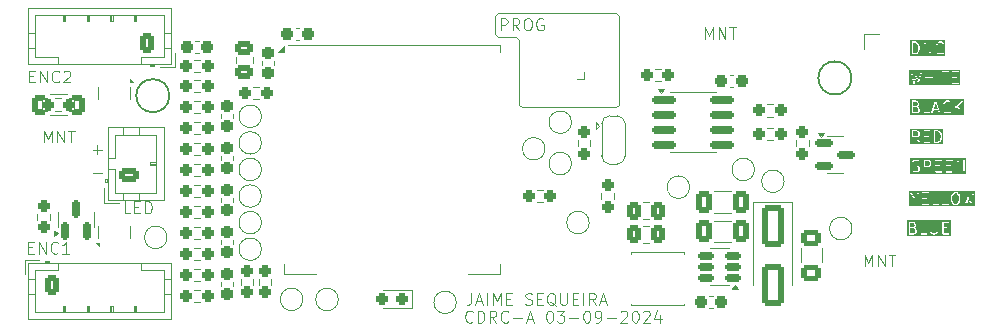
<source format=gbr>
%TF.GenerationSoftware,KiCad,Pcbnew,8.0.4*%
%TF.CreationDate,2024-09-04T11:51:27+12:00*%
%TF.ProjectId,CDRC,43445243-2e6b-4696-9361-645f70636258,A*%
%TF.SameCoordinates,Original*%
%TF.FileFunction,Legend,Top*%
%TF.FilePolarity,Positive*%
%FSLAX46Y46*%
G04 Gerber Fmt 4.6, Leading zero omitted, Abs format (unit mm)*
G04 Created by KiCad (PCBNEW 8.0.4) date 2024-09-04 11:51:27*
%MOMM*%
%LPD*%
G01*
G04 APERTURE LIST*
G04 Aperture macros list*
%AMRoundRect*
0 Rectangle with rounded corners*
0 $1 Rounding radius*
0 $2 $3 $4 $5 $6 $7 $8 $9 X,Y pos of 4 corners*
0 Add a 4 corners polygon primitive as box body*
4,1,4,$2,$3,$4,$5,$6,$7,$8,$9,$2,$3,0*
0 Add four circle primitives for the rounded corners*
1,1,$1+$1,$2,$3*
1,1,$1+$1,$4,$5*
1,1,$1+$1,$6,$7*
1,1,$1+$1,$8,$9*
0 Add four rect primitives between the rounded corners*
20,1,$1+$1,$2,$3,$4,$5,0*
20,1,$1+$1,$4,$5,$6,$7,0*
20,1,$1+$1,$6,$7,$8,$9,0*
20,1,$1+$1,$8,$9,$2,$3,0*%
%AMFreePoly0*
4,1,19,0.550000,-0.750000,0.000000,-0.750000,0.000000,-0.744911,-0.071157,-0.744911,-0.207708,-0.704816,-0.327430,-0.627875,-0.420627,-0.520320,-0.479746,-0.390866,-0.500000,-0.250000,-0.500000,0.250000,-0.479746,0.390866,-0.420627,0.520320,-0.327430,0.627875,-0.207708,0.704816,-0.071157,0.744911,0.000000,0.744911,0.000000,0.750000,0.550000,0.750000,0.550000,-0.750000,0.550000,-0.750000,
$1*%
%AMFreePoly1*
4,1,19,0.000000,0.744911,0.071157,0.744911,0.207708,0.704816,0.327430,0.627875,0.420627,0.520320,0.479746,0.390866,0.500000,0.250000,0.500000,-0.250000,0.479746,-0.390866,0.420627,-0.520320,0.327430,-0.627875,0.207708,-0.704816,0.071157,-0.744911,0.000000,-0.744911,0.000000,-0.750000,-0.550000,-0.750000,-0.550000,0.750000,0.000000,0.750000,0.000000,0.744911,0.000000,0.744911,
$1*%
G04 Aperture macros list end*
%ADD10C,0.100000*%
%ADD11C,0.120000*%
%ADD12C,0.150000*%
%ADD13RoundRect,0.237500X-0.237500X0.300000X-0.237500X-0.300000X0.237500X-0.300000X0.237500X0.300000X0*%
%ADD14C,2.000000*%
%ADD15C,1.500000*%
%ADD16RoundRect,0.237500X0.300000X0.237500X-0.300000X0.237500X-0.300000X-0.237500X0.300000X-0.237500X0*%
%ADD17RoundRect,0.237500X0.237500X-0.250000X0.237500X0.250000X-0.237500X0.250000X-0.237500X-0.250000X0*%
%ADD18RoundRect,0.237500X-0.237500X0.250000X-0.237500X-0.250000X0.237500X-0.250000X0.237500X0.250000X0*%
%ADD19RoundRect,0.250000X0.400000X0.625000X-0.400000X0.625000X-0.400000X-0.625000X0.400000X-0.625000X0*%
%ADD20RoundRect,0.250000X-0.337500X-0.475000X0.337500X-0.475000X0.337500X0.475000X-0.337500X0.475000X0*%
%ADD21RoundRect,0.237500X0.250000X0.237500X-0.250000X0.237500X-0.250000X-0.237500X0.250000X-0.237500X0*%
%ADD22RoundRect,0.237500X-0.250000X-0.237500X0.250000X-0.237500X0.250000X0.237500X-0.250000X0.237500X0*%
%ADD23RoundRect,0.237500X0.237500X-0.300000X0.237500X0.300000X-0.237500X0.300000X-0.237500X-0.300000X0*%
%ADD24R,1.500000X0.900000*%
%ADD25R,0.900000X1.500000*%
%ADD26C,0.600000*%
%ADD27R,3.800000X3.800000*%
%ADD28RoundRect,0.150000X0.150000X-0.587500X0.150000X0.587500X-0.150000X0.587500X-0.150000X-0.587500X0*%
%ADD29C,2.700000*%
%ADD30RoundRect,0.250000X0.625000X-0.350000X0.625000X0.350000X-0.625000X0.350000X-0.625000X-0.350000X0*%
%ADD31O,1.750000X1.200000*%
%ADD32R,0.250000X1.000000*%
%ADD33R,0.450000X1.000000*%
%ADD34RoundRect,0.150000X-0.825000X-0.150000X0.825000X-0.150000X0.825000X0.150000X-0.825000X0.150000X0*%
%ADD35FreePoly0,270.000000*%
%ADD36R,1.500000X1.000000*%
%ADD37FreePoly1,270.000000*%
%ADD38R,1.700000X1.700000*%
%ADD39O,1.700000X1.700000*%
%ADD40RoundRect,0.237500X0.287500X0.237500X-0.287500X0.237500X-0.287500X-0.237500X0.287500X-0.237500X0*%
%ADD41RoundRect,0.250001X-0.624999X0.462499X-0.624999X-0.462499X0.624999X-0.462499X0.624999X0.462499X0*%
%ADD42RoundRect,0.150000X0.512500X0.150000X-0.512500X0.150000X-0.512500X-0.150000X0.512500X-0.150000X0*%
%ADD43RoundRect,0.250000X-0.650000X1.500000X-0.650000X-1.500000X0.650000X-1.500000X0.650000X1.500000X0*%
%ADD44R,1.900000X3.700000*%
%ADD45RoundRect,0.250000X0.475000X-0.337500X0.475000X0.337500X-0.475000X0.337500X-0.475000X-0.337500X0*%
%ADD46RoundRect,0.237500X-0.300000X-0.237500X0.300000X-0.237500X0.300000X0.237500X-0.300000X0.237500X0*%
%ADD47RoundRect,0.150000X-0.587500X-0.150000X0.587500X-0.150000X0.587500X0.150000X-0.587500X0.150000X0*%
%ADD48C,2.374900*%
%ADD49C,0.990600*%
%ADD50C,0.787400*%
%ADD51RoundRect,0.250000X-0.350000X-0.625000X0.350000X-0.625000X0.350000X0.625000X-0.350000X0.625000X0*%
%ADD52O,1.200000X1.750000*%
%ADD53RoundRect,0.250000X0.412500X0.650000X-0.412500X0.650000X-0.412500X-0.650000X0.412500X-0.650000X0*%
%ADD54RoundRect,0.250000X0.350000X0.625000X-0.350000X0.625000X-0.350000X-0.625000X0.350000X-0.625000X0*%
G04 APERTURE END LIST*
D10*
X40750000Y-3250000D02*
X40750000Y-1750000D01*
X42750000Y-3750000D02*
X42500000Y-3500000D01*
X41000000Y-3500000D02*
X40750000Y-3250000D01*
X40750000Y-1750000D02*
X41000000Y-1500000D01*
X42750000Y-9250000D02*
X42750000Y-3750000D01*
X42500000Y-3500000D02*
X41000000Y-3500000D01*
X43000000Y-9500000D02*
X42750000Y-9250000D01*
X51250000Y-1750000D02*
X51250000Y-9250000D01*
X41000000Y-1500000D02*
X43500000Y-1500000D01*
X43500000Y-1500000D02*
X51000000Y-1500000D01*
X51250000Y-9250000D02*
X51000000Y-9500000D01*
X51000000Y-1500000D02*
X51250000Y-1750000D01*
X51000000Y-9500000D02*
X43000000Y-9500000D01*
X1303884Y-6848609D02*
X1637217Y-6848609D01*
X1780074Y-7372419D02*
X1303884Y-7372419D01*
X1303884Y-7372419D02*
X1303884Y-6372419D01*
X1303884Y-6372419D02*
X1780074Y-6372419D01*
X2208646Y-7372419D02*
X2208646Y-6372419D01*
X2208646Y-6372419D02*
X2780074Y-7372419D01*
X2780074Y-7372419D02*
X2780074Y-6372419D01*
X3827693Y-7277180D02*
X3780074Y-7324800D01*
X3780074Y-7324800D02*
X3637217Y-7372419D01*
X3637217Y-7372419D02*
X3541979Y-7372419D01*
X3541979Y-7372419D02*
X3399122Y-7324800D01*
X3399122Y-7324800D02*
X3303884Y-7229561D01*
X3303884Y-7229561D02*
X3256265Y-7134323D01*
X3256265Y-7134323D02*
X3208646Y-6943847D01*
X3208646Y-6943847D02*
X3208646Y-6800990D01*
X3208646Y-6800990D02*
X3256265Y-6610514D01*
X3256265Y-6610514D02*
X3303884Y-6515276D01*
X3303884Y-6515276D02*
X3399122Y-6420038D01*
X3399122Y-6420038D02*
X3541979Y-6372419D01*
X3541979Y-6372419D02*
X3637217Y-6372419D01*
X3637217Y-6372419D02*
X3780074Y-6420038D01*
X3780074Y-6420038D02*
X3827693Y-6467657D01*
X4208646Y-6467657D02*
X4256265Y-6420038D01*
X4256265Y-6420038D02*
X4351503Y-6372419D01*
X4351503Y-6372419D02*
X4589598Y-6372419D01*
X4589598Y-6372419D02*
X4684836Y-6420038D01*
X4684836Y-6420038D02*
X4732455Y-6467657D01*
X4732455Y-6467657D02*
X4780074Y-6562895D01*
X4780074Y-6562895D02*
X4780074Y-6658133D01*
X4780074Y-6658133D02*
X4732455Y-6800990D01*
X4732455Y-6800990D02*
X4161027Y-7372419D01*
X4161027Y-7372419D02*
X4780074Y-7372419D01*
X9857142Y-18457419D02*
X9380952Y-18457419D01*
X9380952Y-18457419D02*
X9380952Y-17457419D01*
X10190476Y-17933609D02*
X10523809Y-17933609D01*
X10666666Y-18457419D02*
X10190476Y-18457419D01*
X10190476Y-18457419D02*
X10190476Y-17457419D01*
X10190476Y-17457419D02*
X10666666Y-17457419D01*
X11095238Y-18457419D02*
X11095238Y-17457419D01*
X11095238Y-17457419D02*
X11333333Y-17457419D01*
X11333333Y-17457419D02*
X11476190Y-17505038D01*
X11476190Y-17505038D02*
X11571428Y-17600276D01*
X11571428Y-17600276D02*
X11619047Y-17695514D01*
X11619047Y-17695514D02*
X11666666Y-17885990D01*
X11666666Y-17885990D02*
X11666666Y-18028847D01*
X11666666Y-18028847D02*
X11619047Y-18219323D01*
X11619047Y-18219323D02*
X11571428Y-18314561D01*
X11571428Y-18314561D02*
X11476190Y-18409800D01*
X11476190Y-18409800D02*
X11333333Y-18457419D01*
X11333333Y-18457419D02*
X11095238Y-18457419D01*
X2511905Y-12457419D02*
X2511905Y-11457419D01*
X2511905Y-11457419D02*
X2845238Y-12171704D01*
X2845238Y-12171704D02*
X3178571Y-11457419D01*
X3178571Y-11457419D02*
X3178571Y-12457419D01*
X3654762Y-12457419D02*
X3654762Y-11457419D01*
X3654762Y-11457419D02*
X4226190Y-12457419D01*
X4226190Y-12457419D02*
X4226190Y-11457419D01*
X4559524Y-11457419D02*
X5130952Y-11457419D01*
X4845238Y-12457419D02*
X4845238Y-11457419D01*
G36*
X77500456Y-14046130D02*
G01*
X77536600Y-14082275D01*
X77575312Y-14159698D01*
X77575312Y-14278948D01*
X77536600Y-14356371D01*
X77500456Y-14392516D01*
X77423033Y-14431228D01*
X77103884Y-14431228D01*
X77103884Y-14007419D01*
X77423033Y-14007419D01*
X77500456Y-14046130D01*
G37*
G36*
X80595947Y-15118530D02*
G01*
X75845154Y-15118530D01*
X75845154Y-14385990D01*
X75956265Y-14385990D01*
X75956265Y-14528847D01*
X75957460Y-14534856D01*
X75957758Y-14540974D01*
X76005377Y-14731450D01*
X76007716Y-14736402D01*
X76009163Y-14741684D01*
X76056781Y-14836921D01*
X76061692Y-14843249D01*
X76066147Y-14849916D01*
X76161386Y-14945155D01*
X76163467Y-14946545D01*
X76163981Y-14947573D01*
X76170946Y-14951543D01*
X76177607Y-14955994D01*
X76178755Y-14955994D01*
X76180930Y-14957234D01*
X76323786Y-15004853D01*
X76331736Y-15005855D01*
X76339598Y-15007419D01*
X76434836Y-15007419D01*
X76442698Y-15005855D01*
X76450647Y-15004853D01*
X76593504Y-14957234D01*
X76595679Y-14955994D01*
X76596828Y-14955994D01*
X76603498Y-14951536D01*
X76610452Y-14947573D01*
X76610964Y-14946547D01*
X76613049Y-14945155D01*
X76660668Y-14897535D01*
X76671506Y-14881314D01*
X76675312Y-14862180D01*
X76675312Y-14528847D01*
X76671506Y-14509713D01*
X76644446Y-14482653D01*
X76625312Y-14478847D01*
X76434836Y-14478847D01*
X76415702Y-14482653D01*
X76388642Y-14509713D01*
X76388642Y-14547981D01*
X76415702Y-14575041D01*
X76434836Y-14578847D01*
X76575312Y-14578847D01*
X76575312Y-14841469D01*
X76550683Y-14866098D01*
X76426723Y-14907419D01*
X76347711Y-14907419D01*
X76223751Y-14866099D01*
X76142595Y-14784942D01*
X76101060Y-14701872D01*
X76056265Y-14522692D01*
X76056265Y-14392145D01*
X76101060Y-14212965D01*
X76142596Y-14129893D01*
X76223749Y-14048739D01*
X76347711Y-14007419D01*
X76470652Y-14007419D01*
X76555332Y-14049759D01*
X76574148Y-14054912D01*
X76610453Y-14042810D01*
X76627567Y-14008582D01*
X76615465Y-13972278D01*
X76600053Y-13960316D01*
X76594259Y-13957419D01*
X77003884Y-13957419D01*
X77003884Y-14957419D01*
X77007690Y-14976553D01*
X77034750Y-15003613D01*
X77073018Y-15003613D01*
X77100078Y-14976553D01*
X77103884Y-14957419D01*
X77103884Y-14531228D01*
X77265946Y-14531228D01*
X77584350Y-14986092D01*
X77598441Y-14999585D01*
X77636127Y-15006235D01*
X77667478Y-14984290D01*
X77674128Y-14946604D01*
X77666274Y-14928746D01*
X77388012Y-14531228D01*
X77434836Y-14531228D01*
X77437292Y-14530739D01*
X77438381Y-14531102D01*
X77446108Y-14528985D01*
X77453970Y-14527422D01*
X77454781Y-14526610D01*
X77457197Y-14525949D01*
X77552434Y-14478331D01*
X77558767Y-14473415D01*
X77565429Y-14468964D01*
X77613048Y-14421346D01*
X77617502Y-14414679D01*
X77622414Y-14408351D01*
X77670033Y-14313113D01*
X77670694Y-14310697D01*
X77671506Y-14309886D01*
X77673069Y-14302024D01*
X77675186Y-14294297D01*
X77674823Y-14293208D01*
X77675312Y-14290752D01*
X77675312Y-14147895D01*
X77674823Y-14145438D01*
X77675186Y-14144350D01*
X77673069Y-14136622D01*
X77671506Y-14128761D01*
X77670694Y-14127949D01*
X77670033Y-14125534D01*
X77622414Y-14030296D01*
X77617502Y-14023967D01*
X77613048Y-14017301D01*
X77565429Y-13969683D01*
X77558767Y-13965231D01*
X77552434Y-13960316D01*
X77546640Y-13957419D01*
X78003884Y-13957419D01*
X78003884Y-14957419D01*
X78007690Y-14976553D01*
X78034750Y-15003613D01*
X78053884Y-15007419D01*
X78530074Y-15007419D01*
X78549208Y-15003613D01*
X78576268Y-14976553D01*
X78576268Y-14938285D01*
X78549208Y-14911225D01*
X78530074Y-14907419D01*
X78103884Y-14907419D01*
X78103884Y-14483609D01*
X78387217Y-14483609D01*
X78406351Y-14479803D01*
X78433411Y-14452743D01*
X78433411Y-14414475D01*
X78406351Y-14387415D01*
X78387217Y-14383609D01*
X78103884Y-14383609D01*
X78103884Y-14007419D01*
X78530074Y-14007419D01*
X78549208Y-14003613D01*
X78576268Y-13976553D01*
X78576268Y-13957419D01*
X78908646Y-13957419D01*
X78908646Y-14957419D01*
X78912452Y-14976553D01*
X78939512Y-15003613D01*
X78958646Y-15007419D01*
X79434836Y-15007419D01*
X79453970Y-15003613D01*
X79481030Y-14976553D01*
X79481030Y-14938285D01*
X79453970Y-14911225D01*
X79434836Y-14907419D01*
X79008646Y-14907419D01*
X79008646Y-14483609D01*
X79291979Y-14483609D01*
X79311113Y-14479803D01*
X79338173Y-14452743D01*
X79338173Y-14414475D01*
X79311113Y-14387415D01*
X79291979Y-14383609D01*
X79008646Y-14383609D01*
X79008646Y-14007419D01*
X79434836Y-14007419D01*
X79453970Y-14003613D01*
X79481030Y-13976553D01*
X79481030Y-13957419D01*
X79813408Y-13957419D01*
X79813408Y-14957419D01*
X79817214Y-14976553D01*
X79844274Y-15003613D01*
X79882542Y-15003613D01*
X79909602Y-14976553D01*
X79913408Y-14957419D01*
X79913408Y-14145697D01*
X80391424Y-14982226D01*
X80404222Y-14996951D01*
X80410846Y-14998757D01*
X80415702Y-15003613D01*
X80428650Y-15003613D01*
X80441142Y-15007020D01*
X80447104Y-15003613D01*
X80453970Y-15003613D01*
X80463123Y-14994459D01*
X80474368Y-14988034D01*
X80476175Y-14981407D01*
X80481030Y-14976553D01*
X80484836Y-14957419D01*
X80484836Y-13957419D01*
X80481030Y-13938285D01*
X80453970Y-13911225D01*
X80415702Y-13911225D01*
X80388642Y-13938285D01*
X80384836Y-13957419D01*
X80384836Y-14769140D01*
X79906820Y-13932612D01*
X79894023Y-13917887D01*
X79887396Y-13916079D01*
X79882542Y-13911225D01*
X79869595Y-13911225D01*
X79857102Y-13907818D01*
X79851140Y-13911225D01*
X79844274Y-13911225D01*
X79835120Y-13920378D01*
X79823876Y-13926804D01*
X79822068Y-13933430D01*
X79817214Y-13938285D01*
X79813408Y-13957419D01*
X79481030Y-13957419D01*
X79481030Y-13938285D01*
X79453970Y-13911225D01*
X79434836Y-13907419D01*
X78958646Y-13907419D01*
X78939512Y-13911225D01*
X78912452Y-13938285D01*
X78908646Y-13957419D01*
X78576268Y-13957419D01*
X78576268Y-13938285D01*
X78549208Y-13911225D01*
X78530074Y-13907419D01*
X78053884Y-13907419D01*
X78034750Y-13911225D01*
X78007690Y-13938285D01*
X78003884Y-13957419D01*
X77546640Y-13957419D01*
X77457197Y-13912698D01*
X77454781Y-13912036D01*
X77453970Y-13911225D01*
X77446108Y-13909661D01*
X77438381Y-13907545D01*
X77437292Y-13907907D01*
X77434836Y-13907419D01*
X77053884Y-13907419D01*
X77034750Y-13911225D01*
X77007690Y-13938285D01*
X77003884Y-13957419D01*
X76594259Y-13957419D01*
X76504816Y-13912698D01*
X76502400Y-13912036D01*
X76501589Y-13911225D01*
X76493727Y-13909661D01*
X76486000Y-13907545D01*
X76484911Y-13907907D01*
X76482455Y-13907419D01*
X76339598Y-13907419D01*
X76331736Y-13908982D01*
X76323786Y-13909985D01*
X76180930Y-13957604D01*
X76178755Y-13958844D01*
X76177607Y-13958844D01*
X76170946Y-13963294D01*
X76163981Y-13967265D01*
X76163467Y-13968292D01*
X76161386Y-13969683D01*
X76066148Y-14064921D01*
X76061696Y-14071582D01*
X76056781Y-14077916D01*
X76009163Y-14173153D01*
X76007716Y-14178434D01*
X76005377Y-14183387D01*
X75957758Y-14373863D01*
X75957460Y-14379980D01*
X75956265Y-14385990D01*
X75845154Y-14385990D01*
X75845154Y-13796308D01*
X80595947Y-13796308D01*
X80595947Y-15118530D01*
G37*
X38833333Y-27612180D02*
X38785714Y-27659800D01*
X38785714Y-27659800D02*
X38642857Y-27707419D01*
X38642857Y-27707419D02*
X38547619Y-27707419D01*
X38547619Y-27707419D02*
X38404762Y-27659800D01*
X38404762Y-27659800D02*
X38309524Y-27564561D01*
X38309524Y-27564561D02*
X38261905Y-27469323D01*
X38261905Y-27469323D02*
X38214286Y-27278847D01*
X38214286Y-27278847D02*
X38214286Y-27135990D01*
X38214286Y-27135990D02*
X38261905Y-26945514D01*
X38261905Y-26945514D02*
X38309524Y-26850276D01*
X38309524Y-26850276D02*
X38404762Y-26755038D01*
X38404762Y-26755038D02*
X38547619Y-26707419D01*
X38547619Y-26707419D02*
X38642857Y-26707419D01*
X38642857Y-26707419D02*
X38785714Y-26755038D01*
X38785714Y-26755038D02*
X38833333Y-26802657D01*
X39261905Y-27707419D02*
X39261905Y-26707419D01*
X39261905Y-26707419D02*
X39500000Y-26707419D01*
X39500000Y-26707419D02*
X39642857Y-26755038D01*
X39642857Y-26755038D02*
X39738095Y-26850276D01*
X39738095Y-26850276D02*
X39785714Y-26945514D01*
X39785714Y-26945514D02*
X39833333Y-27135990D01*
X39833333Y-27135990D02*
X39833333Y-27278847D01*
X39833333Y-27278847D02*
X39785714Y-27469323D01*
X39785714Y-27469323D02*
X39738095Y-27564561D01*
X39738095Y-27564561D02*
X39642857Y-27659800D01*
X39642857Y-27659800D02*
X39500000Y-27707419D01*
X39500000Y-27707419D02*
X39261905Y-27707419D01*
X40833333Y-27707419D02*
X40500000Y-27231228D01*
X40261905Y-27707419D02*
X40261905Y-26707419D01*
X40261905Y-26707419D02*
X40642857Y-26707419D01*
X40642857Y-26707419D02*
X40738095Y-26755038D01*
X40738095Y-26755038D02*
X40785714Y-26802657D01*
X40785714Y-26802657D02*
X40833333Y-26897895D01*
X40833333Y-26897895D02*
X40833333Y-27040752D01*
X40833333Y-27040752D02*
X40785714Y-27135990D01*
X40785714Y-27135990D02*
X40738095Y-27183609D01*
X40738095Y-27183609D02*
X40642857Y-27231228D01*
X40642857Y-27231228D02*
X40261905Y-27231228D01*
X41833333Y-27612180D02*
X41785714Y-27659800D01*
X41785714Y-27659800D02*
X41642857Y-27707419D01*
X41642857Y-27707419D02*
X41547619Y-27707419D01*
X41547619Y-27707419D02*
X41404762Y-27659800D01*
X41404762Y-27659800D02*
X41309524Y-27564561D01*
X41309524Y-27564561D02*
X41261905Y-27469323D01*
X41261905Y-27469323D02*
X41214286Y-27278847D01*
X41214286Y-27278847D02*
X41214286Y-27135990D01*
X41214286Y-27135990D02*
X41261905Y-26945514D01*
X41261905Y-26945514D02*
X41309524Y-26850276D01*
X41309524Y-26850276D02*
X41404762Y-26755038D01*
X41404762Y-26755038D02*
X41547619Y-26707419D01*
X41547619Y-26707419D02*
X41642857Y-26707419D01*
X41642857Y-26707419D02*
X41785714Y-26755038D01*
X41785714Y-26755038D02*
X41833333Y-26802657D01*
X42261905Y-27326466D02*
X43023810Y-27326466D01*
X43452381Y-27421704D02*
X43928571Y-27421704D01*
X43357143Y-27707419D02*
X43690476Y-26707419D01*
X43690476Y-26707419D02*
X44023809Y-27707419D01*
X45309524Y-26707419D02*
X45404762Y-26707419D01*
X45404762Y-26707419D02*
X45500000Y-26755038D01*
X45500000Y-26755038D02*
X45547619Y-26802657D01*
X45547619Y-26802657D02*
X45595238Y-26897895D01*
X45595238Y-26897895D02*
X45642857Y-27088371D01*
X45642857Y-27088371D02*
X45642857Y-27326466D01*
X45642857Y-27326466D02*
X45595238Y-27516942D01*
X45595238Y-27516942D02*
X45547619Y-27612180D01*
X45547619Y-27612180D02*
X45500000Y-27659800D01*
X45500000Y-27659800D02*
X45404762Y-27707419D01*
X45404762Y-27707419D02*
X45309524Y-27707419D01*
X45309524Y-27707419D02*
X45214286Y-27659800D01*
X45214286Y-27659800D02*
X45166667Y-27612180D01*
X45166667Y-27612180D02*
X45119048Y-27516942D01*
X45119048Y-27516942D02*
X45071429Y-27326466D01*
X45071429Y-27326466D02*
X45071429Y-27088371D01*
X45071429Y-27088371D02*
X45119048Y-26897895D01*
X45119048Y-26897895D02*
X45166667Y-26802657D01*
X45166667Y-26802657D02*
X45214286Y-26755038D01*
X45214286Y-26755038D02*
X45309524Y-26707419D01*
X45976191Y-26707419D02*
X46595238Y-26707419D01*
X46595238Y-26707419D02*
X46261905Y-27088371D01*
X46261905Y-27088371D02*
X46404762Y-27088371D01*
X46404762Y-27088371D02*
X46500000Y-27135990D01*
X46500000Y-27135990D02*
X46547619Y-27183609D01*
X46547619Y-27183609D02*
X46595238Y-27278847D01*
X46595238Y-27278847D02*
X46595238Y-27516942D01*
X46595238Y-27516942D02*
X46547619Y-27612180D01*
X46547619Y-27612180D02*
X46500000Y-27659800D01*
X46500000Y-27659800D02*
X46404762Y-27707419D01*
X46404762Y-27707419D02*
X46119048Y-27707419D01*
X46119048Y-27707419D02*
X46023810Y-27659800D01*
X46023810Y-27659800D02*
X45976191Y-27612180D01*
X47023810Y-27326466D02*
X47785715Y-27326466D01*
X48452381Y-26707419D02*
X48547619Y-26707419D01*
X48547619Y-26707419D02*
X48642857Y-26755038D01*
X48642857Y-26755038D02*
X48690476Y-26802657D01*
X48690476Y-26802657D02*
X48738095Y-26897895D01*
X48738095Y-26897895D02*
X48785714Y-27088371D01*
X48785714Y-27088371D02*
X48785714Y-27326466D01*
X48785714Y-27326466D02*
X48738095Y-27516942D01*
X48738095Y-27516942D02*
X48690476Y-27612180D01*
X48690476Y-27612180D02*
X48642857Y-27659800D01*
X48642857Y-27659800D02*
X48547619Y-27707419D01*
X48547619Y-27707419D02*
X48452381Y-27707419D01*
X48452381Y-27707419D02*
X48357143Y-27659800D01*
X48357143Y-27659800D02*
X48309524Y-27612180D01*
X48309524Y-27612180D02*
X48261905Y-27516942D01*
X48261905Y-27516942D02*
X48214286Y-27326466D01*
X48214286Y-27326466D02*
X48214286Y-27088371D01*
X48214286Y-27088371D02*
X48261905Y-26897895D01*
X48261905Y-26897895D02*
X48309524Y-26802657D01*
X48309524Y-26802657D02*
X48357143Y-26755038D01*
X48357143Y-26755038D02*
X48452381Y-26707419D01*
X49261905Y-27707419D02*
X49452381Y-27707419D01*
X49452381Y-27707419D02*
X49547619Y-27659800D01*
X49547619Y-27659800D02*
X49595238Y-27612180D01*
X49595238Y-27612180D02*
X49690476Y-27469323D01*
X49690476Y-27469323D02*
X49738095Y-27278847D01*
X49738095Y-27278847D02*
X49738095Y-26897895D01*
X49738095Y-26897895D02*
X49690476Y-26802657D01*
X49690476Y-26802657D02*
X49642857Y-26755038D01*
X49642857Y-26755038D02*
X49547619Y-26707419D01*
X49547619Y-26707419D02*
X49357143Y-26707419D01*
X49357143Y-26707419D02*
X49261905Y-26755038D01*
X49261905Y-26755038D02*
X49214286Y-26802657D01*
X49214286Y-26802657D02*
X49166667Y-26897895D01*
X49166667Y-26897895D02*
X49166667Y-27135990D01*
X49166667Y-27135990D02*
X49214286Y-27231228D01*
X49214286Y-27231228D02*
X49261905Y-27278847D01*
X49261905Y-27278847D02*
X49357143Y-27326466D01*
X49357143Y-27326466D02*
X49547619Y-27326466D01*
X49547619Y-27326466D02*
X49642857Y-27278847D01*
X49642857Y-27278847D02*
X49690476Y-27231228D01*
X49690476Y-27231228D02*
X49738095Y-27135990D01*
X50166667Y-27326466D02*
X50928572Y-27326466D01*
X51357143Y-26802657D02*
X51404762Y-26755038D01*
X51404762Y-26755038D02*
X51500000Y-26707419D01*
X51500000Y-26707419D02*
X51738095Y-26707419D01*
X51738095Y-26707419D02*
X51833333Y-26755038D01*
X51833333Y-26755038D02*
X51880952Y-26802657D01*
X51880952Y-26802657D02*
X51928571Y-26897895D01*
X51928571Y-26897895D02*
X51928571Y-26993133D01*
X51928571Y-26993133D02*
X51880952Y-27135990D01*
X51880952Y-27135990D02*
X51309524Y-27707419D01*
X51309524Y-27707419D02*
X51928571Y-27707419D01*
X52547619Y-26707419D02*
X52642857Y-26707419D01*
X52642857Y-26707419D02*
X52738095Y-26755038D01*
X52738095Y-26755038D02*
X52785714Y-26802657D01*
X52785714Y-26802657D02*
X52833333Y-26897895D01*
X52833333Y-26897895D02*
X52880952Y-27088371D01*
X52880952Y-27088371D02*
X52880952Y-27326466D01*
X52880952Y-27326466D02*
X52833333Y-27516942D01*
X52833333Y-27516942D02*
X52785714Y-27612180D01*
X52785714Y-27612180D02*
X52738095Y-27659800D01*
X52738095Y-27659800D02*
X52642857Y-27707419D01*
X52642857Y-27707419D02*
X52547619Y-27707419D01*
X52547619Y-27707419D02*
X52452381Y-27659800D01*
X52452381Y-27659800D02*
X52404762Y-27612180D01*
X52404762Y-27612180D02*
X52357143Y-27516942D01*
X52357143Y-27516942D02*
X52309524Y-27326466D01*
X52309524Y-27326466D02*
X52309524Y-27088371D01*
X52309524Y-27088371D02*
X52357143Y-26897895D01*
X52357143Y-26897895D02*
X52404762Y-26802657D01*
X52404762Y-26802657D02*
X52452381Y-26755038D01*
X52452381Y-26755038D02*
X52547619Y-26707419D01*
X53261905Y-26802657D02*
X53309524Y-26755038D01*
X53309524Y-26755038D02*
X53404762Y-26707419D01*
X53404762Y-26707419D02*
X53642857Y-26707419D01*
X53642857Y-26707419D02*
X53738095Y-26755038D01*
X53738095Y-26755038D02*
X53785714Y-26802657D01*
X53785714Y-26802657D02*
X53833333Y-26897895D01*
X53833333Y-26897895D02*
X53833333Y-26993133D01*
X53833333Y-26993133D02*
X53785714Y-27135990D01*
X53785714Y-27135990D02*
X53214286Y-27707419D01*
X53214286Y-27707419D02*
X53833333Y-27707419D01*
X54690476Y-27040752D02*
X54690476Y-27707419D01*
X54452381Y-26659800D02*
X54214286Y-27374085D01*
X54214286Y-27374085D02*
X54833333Y-27374085D01*
G36*
X80115950Y-7618530D02*
G01*
X75798165Y-7618530D01*
X75798165Y-6449505D01*
X75909276Y-6449505D01*
X75910006Y-6469000D01*
X76148101Y-7469000D01*
X76156235Y-7486732D01*
X76162604Y-7490651D01*
X76166351Y-7497123D01*
X76178296Y-7500308D01*
X76188827Y-7506789D01*
X76196102Y-7505056D01*
X76203326Y-7506983D01*
X76214024Y-7500789D01*
X76226054Y-7497925D01*
X76229973Y-7491555D01*
X76236445Y-7487809D01*
X76245053Y-7470302D01*
X76387217Y-6937186D01*
X76529381Y-7470302D01*
X76537989Y-7487810D01*
X76544461Y-7491557D01*
X76548380Y-7497925D01*
X76560406Y-7500788D01*
X76571108Y-7506984D01*
X76578333Y-7505057D01*
X76585607Y-7506789D01*
X76596136Y-7500308D01*
X76608083Y-7497123D01*
X76611829Y-7490651D01*
X76618199Y-7486732D01*
X76626333Y-7469000D01*
X76864429Y-6469000D01*
X76864863Y-6457419D01*
X77146741Y-6457419D01*
X77146741Y-7457419D01*
X77150547Y-7476553D01*
X77177607Y-7503613D01*
X77215875Y-7503613D01*
X77242935Y-7476553D01*
X77246741Y-7457419D01*
X77246741Y-6983609D01*
X77718169Y-6983609D01*
X77718169Y-7457419D01*
X77721975Y-7476553D01*
X77749035Y-7503613D01*
X77787303Y-7503613D01*
X77814363Y-7476553D01*
X77818169Y-7457419D01*
X77818169Y-6457419D01*
X78194360Y-6457419D01*
X78194360Y-7457419D01*
X78198166Y-7476553D01*
X78225226Y-7503613D01*
X78263494Y-7503613D01*
X78290554Y-7476553D01*
X78294360Y-7457419D01*
X78294360Y-6457419D01*
X78290554Y-6438285D01*
X78531499Y-6438285D01*
X78531499Y-6476553D01*
X78558559Y-6503613D01*
X78577693Y-6507419D01*
X78813407Y-6507419D01*
X78813407Y-7457419D01*
X78817213Y-7476553D01*
X78844273Y-7503613D01*
X78882541Y-7503613D01*
X78909601Y-7476553D01*
X78913407Y-7457419D01*
X78913407Y-6507419D01*
X79149121Y-6507419D01*
X79168255Y-6503613D01*
X79195315Y-6476553D01*
X79195315Y-6457419D01*
X79432455Y-6457419D01*
X79432455Y-7457419D01*
X79436261Y-7476553D01*
X79463321Y-7503613D01*
X79482455Y-7507419D01*
X79958645Y-7507419D01*
X79977779Y-7503613D01*
X80004839Y-7476553D01*
X80004839Y-7438285D01*
X79977779Y-7411225D01*
X79958645Y-7407419D01*
X79532455Y-7407419D01*
X79532455Y-6983609D01*
X79815788Y-6983609D01*
X79834922Y-6979803D01*
X79861982Y-6952743D01*
X79861982Y-6914475D01*
X79834922Y-6887415D01*
X79815788Y-6883609D01*
X79532455Y-6883609D01*
X79532455Y-6507419D01*
X79958645Y-6507419D01*
X79977779Y-6503613D01*
X80004839Y-6476553D01*
X80004839Y-6438285D01*
X79977779Y-6411225D01*
X79958645Y-6407419D01*
X79482455Y-6407419D01*
X79463321Y-6411225D01*
X79436261Y-6438285D01*
X79432455Y-6457419D01*
X79195315Y-6457419D01*
X79195315Y-6438285D01*
X79168255Y-6411225D01*
X79149121Y-6407419D01*
X78577693Y-6407419D01*
X78558559Y-6411225D01*
X78531499Y-6438285D01*
X78290554Y-6438285D01*
X78263494Y-6411225D01*
X78225226Y-6411225D01*
X78198166Y-6438285D01*
X78194360Y-6457419D01*
X77818169Y-6457419D01*
X77814363Y-6438285D01*
X77787303Y-6411225D01*
X77749035Y-6411225D01*
X77721975Y-6438285D01*
X77718169Y-6457419D01*
X77718169Y-6883609D01*
X77246741Y-6883609D01*
X77246741Y-6457419D01*
X77242935Y-6438285D01*
X77215875Y-6411225D01*
X77177607Y-6411225D01*
X77150547Y-6438285D01*
X77146741Y-6457419D01*
X76864863Y-6457419D01*
X76865159Y-6449505D01*
X76845102Y-6416913D01*
X76807875Y-6408049D01*
X76775283Y-6428106D01*
X76767149Y-6445838D01*
X76574948Y-7253075D01*
X76435529Y-6730250D01*
X76426921Y-6712743D01*
X76421022Y-6709327D01*
X76417607Y-6703429D01*
X76405047Y-6700079D01*
X76393802Y-6693569D01*
X76387218Y-6695324D01*
X76380632Y-6693568D01*
X76369382Y-6700080D01*
X76356827Y-6703429D01*
X76353412Y-6709326D01*
X76347513Y-6712742D01*
X76338905Y-6730250D01*
X76199485Y-7253075D01*
X76007286Y-6445838D01*
X75999152Y-6428106D01*
X75966560Y-6408049D01*
X75929333Y-6416913D01*
X75909276Y-6449505D01*
X75798165Y-6449505D01*
X75798165Y-6296308D01*
X80115950Y-6296308D01*
X80115950Y-7618530D01*
G37*
X38726190Y-25207419D02*
X38726190Y-25921704D01*
X38726190Y-25921704D02*
X38678571Y-26064561D01*
X38678571Y-26064561D02*
X38583333Y-26159800D01*
X38583333Y-26159800D02*
X38440476Y-26207419D01*
X38440476Y-26207419D02*
X38345238Y-26207419D01*
X39154762Y-25921704D02*
X39630952Y-25921704D01*
X39059524Y-26207419D02*
X39392857Y-25207419D01*
X39392857Y-25207419D02*
X39726190Y-26207419D01*
X40059524Y-26207419D02*
X40059524Y-25207419D01*
X40535714Y-26207419D02*
X40535714Y-25207419D01*
X40535714Y-25207419D02*
X40869047Y-25921704D01*
X40869047Y-25921704D02*
X41202380Y-25207419D01*
X41202380Y-25207419D02*
X41202380Y-26207419D01*
X41678571Y-25683609D02*
X42011904Y-25683609D01*
X42154761Y-26207419D02*
X41678571Y-26207419D01*
X41678571Y-26207419D02*
X41678571Y-25207419D01*
X41678571Y-25207419D02*
X42154761Y-25207419D01*
X43297619Y-26159800D02*
X43440476Y-26207419D01*
X43440476Y-26207419D02*
X43678571Y-26207419D01*
X43678571Y-26207419D02*
X43773809Y-26159800D01*
X43773809Y-26159800D02*
X43821428Y-26112180D01*
X43821428Y-26112180D02*
X43869047Y-26016942D01*
X43869047Y-26016942D02*
X43869047Y-25921704D01*
X43869047Y-25921704D02*
X43821428Y-25826466D01*
X43821428Y-25826466D02*
X43773809Y-25778847D01*
X43773809Y-25778847D02*
X43678571Y-25731228D01*
X43678571Y-25731228D02*
X43488095Y-25683609D01*
X43488095Y-25683609D02*
X43392857Y-25635990D01*
X43392857Y-25635990D02*
X43345238Y-25588371D01*
X43345238Y-25588371D02*
X43297619Y-25493133D01*
X43297619Y-25493133D02*
X43297619Y-25397895D01*
X43297619Y-25397895D02*
X43345238Y-25302657D01*
X43345238Y-25302657D02*
X43392857Y-25255038D01*
X43392857Y-25255038D02*
X43488095Y-25207419D01*
X43488095Y-25207419D02*
X43726190Y-25207419D01*
X43726190Y-25207419D02*
X43869047Y-25255038D01*
X44297619Y-25683609D02*
X44630952Y-25683609D01*
X44773809Y-26207419D02*
X44297619Y-26207419D01*
X44297619Y-26207419D02*
X44297619Y-25207419D01*
X44297619Y-25207419D02*
X44773809Y-25207419D01*
X45869047Y-26302657D02*
X45773809Y-26255038D01*
X45773809Y-26255038D02*
X45678571Y-26159800D01*
X45678571Y-26159800D02*
X45535714Y-26016942D01*
X45535714Y-26016942D02*
X45440476Y-25969323D01*
X45440476Y-25969323D02*
X45345238Y-25969323D01*
X45392857Y-26207419D02*
X45297619Y-26159800D01*
X45297619Y-26159800D02*
X45202381Y-26064561D01*
X45202381Y-26064561D02*
X45154762Y-25874085D01*
X45154762Y-25874085D02*
X45154762Y-25540752D01*
X45154762Y-25540752D02*
X45202381Y-25350276D01*
X45202381Y-25350276D02*
X45297619Y-25255038D01*
X45297619Y-25255038D02*
X45392857Y-25207419D01*
X45392857Y-25207419D02*
X45583333Y-25207419D01*
X45583333Y-25207419D02*
X45678571Y-25255038D01*
X45678571Y-25255038D02*
X45773809Y-25350276D01*
X45773809Y-25350276D02*
X45821428Y-25540752D01*
X45821428Y-25540752D02*
X45821428Y-25874085D01*
X45821428Y-25874085D02*
X45773809Y-26064561D01*
X45773809Y-26064561D02*
X45678571Y-26159800D01*
X45678571Y-26159800D02*
X45583333Y-26207419D01*
X45583333Y-26207419D02*
X45392857Y-26207419D01*
X46250000Y-25207419D02*
X46250000Y-26016942D01*
X46250000Y-26016942D02*
X46297619Y-26112180D01*
X46297619Y-26112180D02*
X46345238Y-26159800D01*
X46345238Y-26159800D02*
X46440476Y-26207419D01*
X46440476Y-26207419D02*
X46630952Y-26207419D01*
X46630952Y-26207419D02*
X46726190Y-26159800D01*
X46726190Y-26159800D02*
X46773809Y-26112180D01*
X46773809Y-26112180D02*
X46821428Y-26016942D01*
X46821428Y-26016942D02*
X46821428Y-25207419D01*
X47297619Y-25683609D02*
X47630952Y-25683609D01*
X47773809Y-26207419D02*
X47297619Y-26207419D01*
X47297619Y-26207419D02*
X47297619Y-25207419D01*
X47297619Y-25207419D02*
X47773809Y-25207419D01*
X48202381Y-26207419D02*
X48202381Y-25207419D01*
X49249999Y-26207419D02*
X48916666Y-25731228D01*
X48678571Y-26207419D02*
X48678571Y-25207419D01*
X48678571Y-25207419D02*
X49059523Y-25207419D01*
X49059523Y-25207419D02*
X49154761Y-25255038D01*
X49154761Y-25255038D02*
X49202380Y-25302657D01*
X49202380Y-25302657D02*
X49249999Y-25397895D01*
X49249999Y-25397895D02*
X49249999Y-25540752D01*
X49249999Y-25540752D02*
X49202380Y-25635990D01*
X49202380Y-25635990D02*
X49154761Y-25683609D01*
X49154761Y-25683609D02*
X49059523Y-25731228D01*
X49059523Y-25731228D02*
X48678571Y-25731228D01*
X49630952Y-25921704D02*
X50107142Y-25921704D01*
X49535714Y-26207419D02*
X49869047Y-25207419D01*
X49869047Y-25207419D02*
X50202380Y-26207419D01*
X41214286Y-2957419D02*
X41214286Y-1957419D01*
X41214286Y-1957419D02*
X41595238Y-1957419D01*
X41595238Y-1957419D02*
X41690476Y-2005038D01*
X41690476Y-2005038D02*
X41738095Y-2052657D01*
X41738095Y-2052657D02*
X41785714Y-2147895D01*
X41785714Y-2147895D02*
X41785714Y-2290752D01*
X41785714Y-2290752D02*
X41738095Y-2385990D01*
X41738095Y-2385990D02*
X41690476Y-2433609D01*
X41690476Y-2433609D02*
X41595238Y-2481228D01*
X41595238Y-2481228D02*
X41214286Y-2481228D01*
X42785714Y-2957419D02*
X42452381Y-2481228D01*
X42214286Y-2957419D02*
X42214286Y-1957419D01*
X42214286Y-1957419D02*
X42595238Y-1957419D01*
X42595238Y-1957419D02*
X42690476Y-2005038D01*
X42690476Y-2005038D02*
X42738095Y-2052657D01*
X42738095Y-2052657D02*
X42785714Y-2147895D01*
X42785714Y-2147895D02*
X42785714Y-2290752D01*
X42785714Y-2290752D02*
X42738095Y-2385990D01*
X42738095Y-2385990D02*
X42690476Y-2433609D01*
X42690476Y-2433609D02*
X42595238Y-2481228D01*
X42595238Y-2481228D02*
X42214286Y-2481228D01*
X43404762Y-1957419D02*
X43595238Y-1957419D01*
X43595238Y-1957419D02*
X43690476Y-2005038D01*
X43690476Y-2005038D02*
X43785714Y-2100276D01*
X43785714Y-2100276D02*
X43833333Y-2290752D01*
X43833333Y-2290752D02*
X43833333Y-2624085D01*
X43833333Y-2624085D02*
X43785714Y-2814561D01*
X43785714Y-2814561D02*
X43690476Y-2909800D01*
X43690476Y-2909800D02*
X43595238Y-2957419D01*
X43595238Y-2957419D02*
X43404762Y-2957419D01*
X43404762Y-2957419D02*
X43309524Y-2909800D01*
X43309524Y-2909800D02*
X43214286Y-2814561D01*
X43214286Y-2814561D02*
X43166667Y-2624085D01*
X43166667Y-2624085D02*
X43166667Y-2290752D01*
X43166667Y-2290752D02*
X43214286Y-2100276D01*
X43214286Y-2100276D02*
X43309524Y-2005038D01*
X43309524Y-2005038D02*
X43404762Y-1957419D01*
X44785714Y-2005038D02*
X44690476Y-1957419D01*
X44690476Y-1957419D02*
X44547619Y-1957419D01*
X44547619Y-1957419D02*
X44404762Y-2005038D01*
X44404762Y-2005038D02*
X44309524Y-2100276D01*
X44309524Y-2100276D02*
X44261905Y-2195514D01*
X44261905Y-2195514D02*
X44214286Y-2385990D01*
X44214286Y-2385990D02*
X44214286Y-2528847D01*
X44214286Y-2528847D02*
X44261905Y-2719323D01*
X44261905Y-2719323D02*
X44309524Y-2814561D01*
X44309524Y-2814561D02*
X44404762Y-2909800D01*
X44404762Y-2909800D02*
X44547619Y-2957419D01*
X44547619Y-2957419D02*
X44642857Y-2957419D01*
X44642857Y-2957419D02*
X44785714Y-2909800D01*
X44785714Y-2909800D02*
X44833333Y-2862180D01*
X44833333Y-2862180D02*
X44833333Y-2528847D01*
X44833333Y-2528847D02*
X44642857Y-2528847D01*
G36*
X76407827Y-4048739D02*
G01*
X76488980Y-4129892D01*
X76530517Y-4212966D01*
X76575312Y-4392145D01*
X76575312Y-4522692D01*
X76530517Y-4701870D01*
X76488980Y-4784944D01*
X76407826Y-4866098D01*
X76283866Y-4907419D01*
X76103884Y-4907419D01*
X76103884Y-4007419D01*
X76283866Y-4007419D01*
X76407827Y-4048739D01*
G37*
G36*
X78830236Y-5118530D02*
G01*
X75892773Y-5118530D01*
X75892773Y-3957419D01*
X76003884Y-3957419D01*
X76003884Y-4957419D01*
X76007690Y-4976553D01*
X76034750Y-5003613D01*
X76053884Y-5007419D01*
X76291979Y-5007419D01*
X76299841Y-5005855D01*
X76307790Y-5004853D01*
X76450647Y-4957234D01*
X76452822Y-4955994D01*
X76453971Y-4955994D01*
X76460641Y-4951536D01*
X76467595Y-4947573D01*
X76468107Y-4946547D01*
X76470192Y-4945155D01*
X76565430Y-4849916D01*
X76569883Y-4843250D01*
X76574795Y-4836922D01*
X76622414Y-4741684D01*
X76623860Y-4736402D01*
X76626200Y-4731450D01*
X76673819Y-4540974D01*
X76674116Y-4534856D01*
X76675312Y-4528847D01*
X76675312Y-4385990D01*
X76674116Y-4379980D01*
X76673819Y-4373863D01*
X76626200Y-4183387D01*
X76623860Y-4178434D01*
X76622414Y-4173153D01*
X76574795Y-4077915D01*
X76569879Y-4071580D01*
X76565429Y-4064921D01*
X76470191Y-3969683D01*
X76468108Y-3968291D01*
X76467595Y-3967265D01*
X76460634Y-3963297D01*
X76453970Y-3958844D01*
X76452822Y-3958844D01*
X76450647Y-3957604D01*
X76450092Y-3957419D01*
X77003884Y-3957419D01*
X77003884Y-4957419D01*
X77007690Y-4976553D01*
X77034750Y-5003613D01*
X77073018Y-5003613D01*
X77100078Y-4976553D01*
X77103884Y-4957419D01*
X77103884Y-4145697D01*
X77581900Y-4982226D01*
X77594698Y-4996951D01*
X77601322Y-4998757D01*
X77606178Y-5003613D01*
X77619126Y-5003613D01*
X77631618Y-5007020D01*
X77637580Y-5003613D01*
X77644446Y-5003613D01*
X77653599Y-4994459D01*
X77664844Y-4988034D01*
X77666651Y-4981407D01*
X77671506Y-4976553D01*
X77675312Y-4957419D01*
X77675312Y-4385990D01*
X78003884Y-4385990D01*
X78003884Y-4528847D01*
X78005079Y-4534856D01*
X78005377Y-4540974D01*
X78052996Y-4731450D01*
X78055335Y-4736402D01*
X78056782Y-4741684D01*
X78104400Y-4836921D01*
X78109311Y-4843249D01*
X78113766Y-4849916D01*
X78209005Y-4945155D01*
X78211086Y-4946545D01*
X78211600Y-4947573D01*
X78218565Y-4951543D01*
X78225226Y-4955994D01*
X78226374Y-4955994D01*
X78228549Y-4957234D01*
X78371405Y-5004853D01*
X78379355Y-5005855D01*
X78387217Y-5007419D01*
X78482455Y-5007419D01*
X78490317Y-5005855D01*
X78498266Y-5004853D01*
X78641123Y-4957234D01*
X78643298Y-4955994D01*
X78644447Y-4955994D01*
X78651117Y-4951536D01*
X78658071Y-4947573D01*
X78658583Y-4946547D01*
X78660668Y-4945155D01*
X78708287Y-4897535D01*
X78719125Y-4881314D01*
X78719125Y-4843045D01*
X78692065Y-4815986D01*
X78653796Y-4815986D01*
X78637575Y-4826825D01*
X78598302Y-4866098D01*
X78474342Y-4907419D01*
X78395330Y-4907419D01*
X78271370Y-4866099D01*
X78190214Y-4784942D01*
X78148679Y-4701872D01*
X78103884Y-4522692D01*
X78103884Y-4392145D01*
X78148679Y-4212965D01*
X78190215Y-4129893D01*
X78271368Y-4048739D01*
X78395330Y-4007419D01*
X78474342Y-4007419D01*
X78598303Y-4048739D01*
X78637575Y-4088012D01*
X78653796Y-4098851D01*
X78692065Y-4098851D01*
X78719125Y-4071791D01*
X78719125Y-4033522D01*
X78708286Y-4017301D01*
X78660667Y-3969683D01*
X78658584Y-3968291D01*
X78658071Y-3967265D01*
X78651110Y-3963297D01*
X78644446Y-3958844D01*
X78643298Y-3958844D01*
X78641123Y-3957604D01*
X78498266Y-3909985D01*
X78490317Y-3908982D01*
X78482455Y-3907419D01*
X78387217Y-3907419D01*
X78379355Y-3908982D01*
X78371405Y-3909985D01*
X78228549Y-3957604D01*
X78226374Y-3958844D01*
X78225226Y-3958844D01*
X78218565Y-3963294D01*
X78211600Y-3967265D01*
X78211086Y-3968292D01*
X78209005Y-3969683D01*
X78113767Y-4064921D01*
X78109315Y-4071582D01*
X78104400Y-4077916D01*
X78056782Y-4173153D01*
X78055335Y-4178434D01*
X78052996Y-4183387D01*
X78005377Y-4373863D01*
X78005079Y-4379980D01*
X78003884Y-4385990D01*
X77675312Y-4385990D01*
X77675312Y-3957419D01*
X77671506Y-3938285D01*
X77644446Y-3911225D01*
X77606178Y-3911225D01*
X77579118Y-3938285D01*
X77575312Y-3957419D01*
X77575312Y-4769140D01*
X77097296Y-3932612D01*
X77084499Y-3917887D01*
X77077872Y-3916079D01*
X77073018Y-3911225D01*
X77060071Y-3911225D01*
X77047578Y-3907818D01*
X77041616Y-3911225D01*
X77034750Y-3911225D01*
X77025596Y-3920378D01*
X77014352Y-3926804D01*
X77012544Y-3933430D01*
X77007690Y-3938285D01*
X77003884Y-3957419D01*
X76450092Y-3957419D01*
X76307790Y-3909985D01*
X76299841Y-3908982D01*
X76291979Y-3907419D01*
X76053884Y-3907419D01*
X76034750Y-3911225D01*
X76007690Y-3938285D01*
X76003884Y-3957419D01*
X75892773Y-3957419D01*
X75892773Y-3796308D01*
X78830236Y-3796308D01*
X78830236Y-5118530D01*
G37*
G36*
X76253065Y-19774929D02*
G01*
X76286600Y-19808465D01*
X76325312Y-19885888D01*
X76325312Y-20005138D01*
X76286600Y-20082561D01*
X76250454Y-20118708D01*
X76173033Y-20157419D01*
X75853884Y-20157419D01*
X75853884Y-19733609D01*
X76129104Y-19733609D01*
X76253065Y-19774929D01*
G37*
G36*
X76202837Y-19296130D02*
G01*
X76238981Y-19332275D01*
X76277693Y-19409698D01*
X76277693Y-19481329D01*
X76238981Y-19558752D01*
X76202837Y-19594897D01*
X76125414Y-19633609D01*
X75853884Y-19633609D01*
X75853884Y-19257419D01*
X76125414Y-19257419D01*
X76202837Y-19296130D01*
G37*
G36*
X79294522Y-20368530D02*
G01*
X75642773Y-20368530D01*
X75642773Y-19207419D01*
X75753884Y-19207419D01*
X75753884Y-20207419D01*
X75757690Y-20226553D01*
X75784750Y-20253613D01*
X75803884Y-20257419D01*
X76184836Y-20257419D01*
X76187292Y-20256930D01*
X76188381Y-20257293D01*
X76196108Y-20255176D01*
X76203970Y-20253613D01*
X76204781Y-20252801D01*
X76207197Y-20252140D01*
X76302434Y-20204522D01*
X76308761Y-20199611D01*
X76315430Y-20195155D01*
X76363049Y-20147535D01*
X76367502Y-20140869D01*
X76372414Y-20134541D01*
X76420033Y-20039303D01*
X76420694Y-20036887D01*
X76421506Y-20036076D01*
X76423069Y-20028214D01*
X76425186Y-20020487D01*
X76424823Y-20019398D01*
X76425312Y-20016942D01*
X76425312Y-19874085D01*
X76424823Y-19871628D01*
X76425186Y-19870540D01*
X76423069Y-19862812D01*
X76421506Y-19854951D01*
X76420694Y-19854139D01*
X76420033Y-19851724D01*
X76372414Y-19756486D01*
X76367502Y-19750157D01*
X76363048Y-19743491D01*
X76315429Y-19695873D01*
X76313346Y-19694481D01*
X76312833Y-19693455D01*
X76305872Y-19689487D01*
X76299208Y-19685034D01*
X76298060Y-19685034D01*
X76295885Y-19683794D01*
X76264724Y-19673407D01*
X76267810Y-19671345D01*
X76315429Y-19623727D01*
X76319883Y-19617060D01*
X76324795Y-19610732D01*
X76372414Y-19515494D01*
X76373075Y-19513078D01*
X76373887Y-19512267D01*
X76375450Y-19504405D01*
X76377567Y-19496678D01*
X76377204Y-19495589D01*
X76377693Y-19493133D01*
X76377693Y-19397895D01*
X76377204Y-19395438D01*
X76377567Y-19394350D01*
X76375450Y-19386622D01*
X76373887Y-19378761D01*
X76373075Y-19377949D01*
X76372414Y-19375534D01*
X76324795Y-19280296D01*
X76319883Y-19273967D01*
X76315429Y-19267301D01*
X76267810Y-19219683D01*
X76261148Y-19215231D01*
X76254815Y-19210316D01*
X76249021Y-19207419D01*
X76753884Y-19207419D01*
X76753884Y-20207419D01*
X76757690Y-20226553D01*
X76784750Y-20253613D01*
X76803884Y-20257419D01*
X77280074Y-20257419D01*
X77299208Y-20253613D01*
X77326268Y-20226553D01*
X77326268Y-20188285D01*
X77299208Y-20161225D01*
X77280074Y-20157419D01*
X76853884Y-20157419D01*
X76853884Y-19207419D01*
X77563408Y-19207419D01*
X77563408Y-20016942D01*
X77563896Y-20019398D01*
X77563534Y-20020487D01*
X77565650Y-20028214D01*
X77567214Y-20036076D01*
X77568025Y-20036887D01*
X77568687Y-20039303D01*
X77616305Y-20134540D01*
X77621216Y-20140868D01*
X77625671Y-20147535D01*
X77673290Y-20195155D01*
X77679956Y-20199609D01*
X77686285Y-20204521D01*
X77781523Y-20252140D01*
X77783938Y-20252801D01*
X77784750Y-20253613D01*
X77792611Y-20255176D01*
X77800339Y-20257293D01*
X77801427Y-20256930D01*
X77803884Y-20257419D01*
X77994360Y-20257419D01*
X77996816Y-20256930D01*
X77997905Y-20257293D01*
X78005632Y-20255176D01*
X78013494Y-20253613D01*
X78014305Y-20252801D01*
X78016721Y-20252140D01*
X78111958Y-20204522D01*
X78118285Y-20199611D01*
X78124954Y-20195155D01*
X78172573Y-20147535D01*
X78177026Y-20140869D01*
X78181938Y-20134541D01*
X78229557Y-20039303D01*
X78230218Y-20036887D01*
X78231030Y-20036076D01*
X78232593Y-20028214D01*
X78234710Y-20020487D01*
X78234347Y-20019398D01*
X78234836Y-20016942D01*
X78234836Y-19207419D01*
X78611027Y-19207419D01*
X78611027Y-20207419D01*
X78614833Y-20226553D01*
X78641893Y-20253613D01*
X78661027Y-20257419D01*
X79137217Y-20257419D01*
X79156351Y-20253613D01*
X79183411Y-20226553D01*
X79183411Y-20188285D01*
X79156351Y-20161225D01*
X79137217Y-20157419D01*
X78711027Y-20157419D01*
X78711027Y-19733609D01*
X78994360Y-19733609D01*
X79013494Y-19729803D01*
X79040554Y-19702743D01*
X79040554Y-19664475D01*
X79013494Y-19637415D01*
X78994360Y-19633609D01*
X78711027Y-19633609D01*
X78711027Y-19257419D01*
X79137217Y-19257419D01*
X79156351Y-19253613D01*
X79183411Y-19226553D01*
X79183411Y-19188285D01*
X79156351Y-19161225D01*
X79137217Y-19157419D01*
X78661027Y-19157419D01*
X78641893Y-19161225D01*
X78614833Y-19188285D01*
X78611027Y-19207419D01*
X78234836Y-19207419D01*
X78231030Y-19188285D01*
X78203970Y-19161225D01*
X78165702Y-19161225D01*
X78138642Y-19188285D01*
X78134836Y-19207419D01*
X78134836Y-20005138D01*
X78096124Y-20082561D01*
X78059978Y-20118708D01*
X77982557Y-20157419D01*
X77815688Y-20157419D01*
X77738265Y-20118708D01*
X77702119Y-20082561D01*
X77663408Y-20005139D01*
X77663408Y-19207419D01*
X77659602Y-19188285D01*
X77632542Y-19161225D01*
X77594274Y-19161225D01*
X77567214Y-19188285D01*
X77563408Y-19207419D01*
X76853884Y-19207419D01*
X76850078Y-19188285D01*
X76823018Y-19161225D01*
X76784750Y-19161225D01*
X76757690Y-19188285D01*
X76753884Y-19207419D01*
X76249021Y-19207419D01*
X76159578Y-19162698D01*
X76157162Y-19162036D01*
X76156351Y-19161225D01*
X76148489Y-19159661D01*
X76140762Y-19157545D01*
X76139673Y-19157907D01*
X76137217Y-19157419D01*
X75803884Y-19157419D01*
X75784750Y-19161225D01*
X75757690Y-19188285D01*
X75753884Y-19207419D01*
X75642773Y-19207419D01*
X75642773Y-19046308D01*
X79294522Y-19046308D01*
X79294522Y-20368530D01*
G37*
X6684211Y-15076466D02*
X7446116Y-15076466D01*
X72011905Y-22957419D02*
X72011905Y-21957419D01*
X72011905Y-21957419D02*
X72345238Y-22671704D01*
X72345238Y-22671704D02*
X72678571Y-21957419D01*
X72678571Y-21957419D02*
X72678571Y-22957419D01*
X73154762Y-22957419D02*
X73154762Y-21957419D01*
X73154762Y-21957419D02*
X73726190Y-22957419D01*
X73726190Y-22957419D02*
X73726190Y-21957419D01*
X74059524Y-21957419D02*
X74630952Y-21957419D01*
X74345238Y-22957419D02*
X74345238Y-21957419D01*
X1193884Y-21348609D02*
X1527217Y-21348609D01*
X1670074Y-21872419D02*
X1193884Y-21872419D01*
X1193884Y-21872419D02*
X1193884Y-20872419D01*
X1193884Y-20872419D02*
X1670074Y-20872419D01*
X2098646Y-21872419D02*
X2098646Y-20872419D01*
X2098646Y-20872419D02*
X2670074Y-21872419D01*
X2670074Y-21872419D02*
X2670074Y-20872419D01*
X3717693Y-21777180D02*
X3670074Y-21824800D01*
X3670074Y-21824800D02*
X3527217Y-21872419D01*
X3527217Y-21872419D02*
X3431979Y-21872419D01*
X3431979Y-21872419D02*
X3289122Y-21824800D01*
X3289122Y-21824800D02*
X3193884Y-21729561D01*
X3193884Y-21729561D02*
X3146265Y-21634323D01*
X3146265Y-21634323D02*
X3098646Y-21443847D01*
X3098646Y-21443847D02*
X3098646Y-21300990D01*
X3098646Y-21300990D02*
X3146265Y-21110514D01*
X3146265Y-21110514D02*
X3193884Y-21015276D01*
X3193884Y-21015276D02*
X3289122Y-20920038D01*
X3289122Y-20920038D02*
X3431979Y-20872419D01*
X3431979Y-20872419D02*
X3527217Y-20872419D01*
X3527217Y-20872419D02*
X3670074Y-20920038D01*
X3670074Y-20920038D02*
X3717693Y-20967657D01*
X4670074Y-21872419D02*
X4098646Y-21872419D01*
X4384360Y-21872419D02*
X4384360Y-20872419D01*
X4384360Y-20872419D02*
X4289122Y-21015276D01*
X4289122Y-21015276D02*
X4193884Y-21110514D01*
X4193884Y-21110514D02*
X4098646Y-21158133D01*
G36*
X76503065Y-9524929D02*
G01*
X76536600Y-9558465D01*
X76575312Y-9635888D01*
X76575312Y-9755138D01*
X76536600Y-9832561D01*
X76500454Y-9868708D01*
X76423033Y-9907419D01*
X76103884Y-9907419D01*
X76103884Y-9483609D01*
X76379104Y-9483609D01*
X76503065Y-9524929D01*
G37*
G36*
X76452837Y-9046130D02*
G01*
X76488981Y-9082275D01*
X76527693Y-9159698D01*
X76527693Y-9231329D01*
X76488981Y-9308752D01*
X76452837Y-9344897D01*
X76375414Y-9383609D01*
X76103884Y-9383609D01*
X76103884Y-9007419D01*
X76375414Y-9007419D01*
X76452837Y-9046130D01*
G37*
G36*
X78222608Y-9621704D02*
G01*
X77885160Y-9621704D01*
X78053884Y-9115532D01*
X78222608Y-9621704D01*
G37*
G36*
X80451526Y-10118530D02*
G01*
X75892773Y-10118530D01*
X75892773Y-8957419D01*
X76003884Y-8957419D01*
X76003884Y-9957419D01*
X76007690Y-9976553D01*
X76034750Y-10003613D01*
X76053884Y-10007419D01*
X76434836Y-10007419D01*
X76437292Y-10006930D01*
X76438381Y-10007293D01*
X76446108Y-10005176D01*
X76453970Y-10003613D01*
X76454781Y-10002801D01*
X76457197Y-10002140D01*
X76552434Y-9954522D01*
X76558761Y-9949611D01*
X76565430Y-9945155D01*
X76613049Y-9897535D01*
X76617502Y-9890869D01*
X76622414Y-9884541D01*
X76670033Y-9789303D01*
X76670694Y-9786887D01*
X76671506Y-9786076D01*
X76673069Y-9778214D01*
X76675186Y-9770487D01*
X76674823Y-9769398D01*
X76675312Y-9766942D01*
X76675312Y-9624085D01*
X76674823Y-9621628D01*
X76675186Y-9620540D01*
X76673069Y-9612812D01*
X76671506Y-9604951D01*
X76670694Y-9604139D01*
X76670033Y-9601724D01*
X76622414Y-9506486D01*
X76617502Y-9500157D01*
X76613048Y-9493491D01*
X76565429Y-9445873D01*
X76563346Y-9444481D01*
X76562833Y-9443455D01*
X76555872Y-9439487D01*
X76549208Y-9435034D01*
X76548060Y-9435034D01*
X76545885Y-9433794D01*
X76514724Y-9423407D01*
X76517810Y-9421345D01*
X76565429Y-9373727D01*
X76569883Y-9367060D01*
X76574795Y-9360732D01*
X76622414Y-9265494D01*
X76623075Y-9263078D01*
X76623887Y-9262267D01*
X76625450Y-9254405D01*
X76627567Y-9246678D01*
X76627204Y-9245589D01*
X76627693Y-9243133D01*
X76627693Y-9147895D01*
X76627204Y-9145438D01*
X76627567Y-9144350D01*
X76625450Y-9136622D01*
X76623887Y-9128761D01*
X76623075Y-9127949D01*
X76622414Y-9125534D01*
X76574795Y-9030296D01*
X76569883Y-9023967D01*
X76565429Y-9017301D01*
X76517810Y-8969683D01*
X76511148Y-8965231D01*
X76504815Y-8960316D01*
X76499021Y-8957419D01*
X77003884Y-8957419D01*
X77003884Y-9957419D01*
X77007690Y-9976553D01*
X77034750Y-10003613D01*
X77053884Y-10007419D01*
X77530074Y-10007419D01*
X77549208Y-10003613D01*
X77576268Y-9976553D01*
X77576268Y-9960963D01*
X77670677Y-9960963D01*
X77687791Y-9995192D01*
X77724095Y-10007293D01*
X77758324Y-9990179D01*
X77767985Y-9973230D01*
X77851827Y-9721704D01*
X78255941Y-9721704D01*
X78339783Y-9973230D01*
X78349444Y-9990178D01*
X78383673Y-10007293D01*
X78419977Y-9995191D01*
X78437091Y-9960963D01*
X78434651Y-9941607D01*
X78249445Y-9385990D01*
X78622932Y-9385990D01*
X78622932Y-9528847D01*
X78624127Y-9534856D01*
X78624425Y-9540974D01*
X78672044Y-9731450D01*
X78674383Y-9736402D01*
X78675830Y-9741684D01*
X78723448Y-9836921D01*
X78728359Y-9843249D01*
X78732814Y-9849916D01*
X78828053Y-9945155D01*
X78830134Y-9946545D01*
X78830648Y-9947573D01*
X78837613Y-9951543D01*
X78844274Y-9955994D01*
X78845422Y-9955994D01*
X78847597Y-9957234D01*
X78990453Y-10004853D01*
X78998403Y-10005855D01*
X79006265Y-10007419D01*
X79101503Y-10007419D01*
X79109365Y-10005855D01*
X79117314Y-10004853D01*
X79260171Y-9957234D01*
X79262346Y-9955994D01*
X79263495Y-9955994D01*
X79270165Y-9951536D01*
X79277119Y-9947573D01*
X79277631Y-9946547D01*
X79279716Y-9945155D01*
X79327335Y-9897535D01*
X79338173Y-9881314D01*
X79338173Y-9843045D01*
X79311113Y-9815986D01*
X79272844Y-9815986D01*
X79256623Y-9826825D01*
X79217350Y-9866098D01*
X79093390Y-9907419D01*
X79014378Y-9907419D01*
X78890418Y-9866099D01*
X78809262Y-9784942D01*
X78767727Y-9701872D01*
X78722932Y-9522692D01*
X78722932Y-9392145D01*
X78767727Y-9212965D01*
X78809263Y-9129893D01*
X78890416Y-9048739D01*
X79014378Y-9007419D01*
X79093390Y-9007419D01*
X79217351Y-9048739D01*
X79256623Y-9088012D01*
X79272844Y-9098851D01*
X79311113Y-9098851D01*
X79338173Y-9071791D01*
X79338173Y-9033522D01*
X79327334Y-9017301D01*
X79279715Y-8969683D01*
X79277632Y-8968291D01*
X79277119Y-8967265D01*
X79270158Y-8963297D01*
X79263494Y-8958844D01*
X79262346Y-8958844D01*
X79260171Y-8957604D01*
X79259616Y-8957419D01*
X79670551Y-8957419D01*
X79670551Y-9957419D01*
X79674357Y-9976553D01*
X79701417Y-10003613D01*
X79739685Y-10003613D01*
X79766745Y-9976553D01*
X79770551Y-9957419D01*
X79770551Y-9549557D01*
X79857997Y-9462110D01*
X80251979Y-9987419D01*
X80266504Y-10000443D01*
X80304388Y-10005855D01*
X80335003Y-9982894D01*
X80340415Y-9945010D01*
X80331979Y-9927419D01*
X79929426Y-9390681D01*
X80327334Y-8992774D01*
X80338173Y-8976553D01*
X80338173Y-8938285D01*
X80311113Y-8911225D01*
X80272845Y-8911225D01*
X80256624Y-8922064D01*
X79770551Y-9408137D01*
X79770551Y-8957419D01*
X79766745Y-8938285D01*
X79739685Y-8911225D01*
X79701417Y-8911225D01*
X79674357Y-8938285D01*
X79670551Y-8957419D01*
X79259616Y-8957419D01*
X79117314Y-8909985D01*
X79109365Y-8908982D01*
X79101503Y-8907419D01*
X79006265Y-8907419D01*
X78998403Y-8908982D01*
X78990453Y-8909985D01*
X78847597Y-8957604D01*
X78845422Y-8958844D01*
X78844274Y-8958844D01*
X78837613Y-8963294D01*
X78830648Y-8967265D01*
X78830134Y-8968292D01*
X78828053Y-8969683D01*
X78732815Y-9064921D01*
X78728363Y-9071582D01*
X78723448Y-9077916D01*
X78675830Y-9173153D01*
X78674383Y-9178434D01*
X78672044Y-9183387D01*
X78624425Y-9373863D01*
X78624127Y-9379980D01*
X78622932Y-9385990D01*
X78249445Y-9385990D01*
X78101318Y-8941608D01*
X78091657Y-8924659D01*
X78088314Y-8922987D01*
X78086644Y-8919647D01*
X78071607Y-8914634D01*
X78057428Y-8907545D01*
X78053883Y-8908726D01*
X78050340Y-8907545D01*
X78036166Y-8914632D01*
X78021124Y-8919646D01*
X78019452Y-8922989D01*
X78016111Y-8924660D01*
X78006450Y-8941608D01*
X77673117Y-9941608D01*
X77670677Y-9960963D01*
X77576268Y-9960963D01*
X77576268Y-9938285D01*
X77549208Y-9911225D01*
X77530074Y-9907419D01*
X77103884Y-9907419D01*
X77103884Y-8957419D01*
X77100078Y-8938285D01*
X77073018Y-8911225D01*
X77034750Y-8911225D01*
X77007690Y-8938285D01*
X77003884Y-8957419D01*
X76499021Y-8957419D01*
X76409578Y-8912698D01*
X76407162Y-8912036D01*
X76406351Y-8911225D01*
X76398489Y-8909661D01*
X76390762Y-8907545D01*
X76389673Y-8907907D01*
X76387217Y-8907419D01*
X76053884Y-8907419D01*
X76034750Y-8911225D01*
X76007690Y-8938285D01*
X76003884Y-8957419D01*
X75892773Y-8957419D01*
X75892773Y-8796308D01*
X80451526Y-8796308D01*
X80451526Y-10118530D01*
G37*
X6684211Y-13076466D02*
X7446116Y-13076466D01*
X7065163Y-13457419D02*
X7065163Y-12695514D01*
X58511905Y-3707419D02*
X58511905Y-2707419D01*
X58511905Y-2707419D02*
X58845238Y-3421704D01*
X58845238Y-3421704D02*
X59178571Y-2707419D01*
X59178571Y-2707419D02*
X59178571Y-3707419D01*
X59654762Y-3707419D02*
X59654762Y-2707419D01*
X59654762Y-2707419D02*
X60226190Y-3707419D01*
X60226190Y-3707419D02*
X60226190Y-2707419D01*
X60559524Y-2707419D02*
X61130952Y-2707419D01*
X60845238Y-3707419D02*
X60845238Y-2707419D01*
G36*
X79881410Y-16796131D02*
G01*
X79961116Y-16875837D01*
X80003884Y-17046907D01*
X80003884Y-17367930D01*
X79961116Y-17538999D01*
X79881408Y-17618708D01*
X79803986Y-17657419D01*
X79637117Y-17657419D01*
X79559694Y-17618707D01*
X79479985Y-17538998D01*
X79437218Y-17367930D01*
X79437218Y-17046907D01*
X79479985Y-16875837D01*
X79559691Y-16796131D01*
X79637117Y-16757419D01*
X79803986Y-16757419D01*
X79881410Y-16796131D01*
G37*
G36*
X81404842Y-17868530D02*
G01*
X75750671Y-17868530D01*
X75750671Y-16716077D01*
X75861782Y-16716077D01*
X75868844Y-16734263D01*
X76194360Y-17245788D01*
X76194360Y-17707419D01*
X76198166Y-17726553D01*
X76225226Y-17753613D01*
X76263494Y-17753613D01*
X76290554Y-17726553D01*
X76294360Y-17707419D01*
X76294360Y-17245788D01*
X76619876Y-16734263D01*
X76626938Y-16716077D01*
X76625014Y-16707419D01*
X76861027Y-16707419D01*
X76861027Y-17707419D01*
X76864833Y-17726553D01*
X76891893Y-17753613D01*
X76911027Y-17757419D01*
X77387217Y-17757419D01*
X77406351Y-17753613D01*
X77433411Y-17726553D01*
X77433411Y-17688285D01*
X77406351Y-17661225D01*
X77387217Y-17657419D01*
X76961027Y-17657419D01*
X76961027Y-17233609D01*
X77244360Y-17233609D01*
X77263494Y-17229803D01*
X77290554Y-17202743D01*
X77290554Y-17164475D01*
X77263494Y-17137415D01*
X77244360Y-17133609D01*
X76961027Y-17133609D01*
X76961027Y-16757419D01*
X77387217Y-16757419D01*
X77406351Y-16753613D01*
X77433411Y-16726553D01*
X77433411Y-16707419D01*
X77765789Y-16707419D01*
X77765789Y-17707419D01*
X77769595Y-17726553D01*
X77796655Y-17753613D01*
X77815789Y-17757419D01*
X78291979Y-17757419D01*
X78311113Y-17753613D01*
X78338173Y-17726553D01*
X78338173Y-17688285D01*
X78311113Y-17661225D01*
X78291979Y-17657419D01*
X77865789Y-17657419D01*
X77865789Y-16707419D01*
X78575313Y-16707419D01*
X78575313Y-17707419D01*
X78579119Y-17726553D01*
X78606179Y-17753613D01*
X78625313Y-17757419D01*
X79101503Y-17757419D01*
X79120637Y-17753613D01*
X79147697Y-17726553D01*
X79147697Y-17688285D01*
X79120637Y-17661225D01*
X79101503Y-17657419D01*
X78675313Y-17657419D01*
X78675313Y-17040752D01*
X79337218Y-17040752D01*
X79337218Y-17374085D01*
X79338413Y-17380094D01*
X79338711Y-17386212D01*
X79386330Y-17576688D01*
X79388643Y-17581584D01*
X79388643Y-17583695D01*
X79392047Y-17588790D01*
X79394663Y-17594327D01*
X79396471Y-17595412D01*
X79399481Y-17599916D01*
X79494720Y-17695155D01*
X79501379Y-17699605D01*
X79507714Y-17704521D01*
X79602952Y-17752140D01*
X79605367Y-17752801D01*
X79606179Y-17753613D01*
X79614040Y-17755176D01*
X79621768Y-17757293D01*
X79622856Y-17756930D01*
X79625313Y-17757419D01*
X79815789Y-17757419D01*
X79818245Y-17756930D01*
X79819334Y-17757293D01*
X79827061Y-17755176D01*
X79834923Y-17753613D01*
X79835734Y-17752801D01*
X79838150Y-17752140D01*
X79933387Y-17704522D01*
X79939714Y-17699611D01*
X79946383Y-17695155D01*
X80041621Y-17599916D01*
X80044630Y-17595412D01*
X80046439Y-17594327D01*
X80049054Y-17588790D01*
X80052459Y-17583695D01*
X80052459Y-17581584D01*
X80054772Y-17576688D01*
X80102391Y-17386212D01*
X80102688Y-17380094D01*
X80103884Y-17374085D01*
X80103884Y-17040752D01*
X80102688Y-17034742D01*
X80102391Y-17028625D01*
X80054772Y-16838149D01*
X80052459Y-16833252D01*
X80052459Y-16831142D01*
X80049055Y-16826048D01*
X80046439Y-16820510D01*
X80044628Y-16819423D01*
X80041620Y-16814921D01*
X79946382Y-16719683D01*
X79939720Y-16715231D01*
X79933387Y-16710316D01*
X79911765Y-16699505D01*
X80337848Y-16699505D01*
X80338578Y-16719000D01*
X80576673Y-17719000D01*
X80584807Y-17736732D01*
X80591176Y-17740651D01*
X80594923Y-17747123D01*
X80606868Y-17750308D01*
X80617399Y-17756789D01*
X80624674Y-17755056D01*
X80631898Y-17756983D01*
X80642596Y-17750789D01*
X80654626Y-17747925D01*
X80658545Y-17741555D01*
X80665017Y-17737809D01*
X80673625Y-17720302D01*
X80815789Y-17187186D01*
X80957953Y-17720302D01*
X80966561Y-17737810D01*
X80973033Y-17741557D01*
X80976952Y-17747925D01*
X80988978Y-17750788D01*
X80999680Y-17756984D01*
X81006905Y-17755057D01*
X81014179Y-17756789D01*
X81024708Y-17750308D01*
X81036655Y-17747123D01*
X81040401Y-17740651D01*
X81046771Y-17736732D01*
X81054905Y-17719000D01*
X81293001Y-16719000D01*
X81293731Y-16699505D01*
X81273674Y-16666913D01*
X81236447Y-16658049D01*
X81203855Y-16678106D01*
X81195721Y-16695838D01*
X81003520Y-17503075D01*
X80864101Y-16980250D01*
X80855493Y-16962743D01*
X80849594Y-16959327D01*
X80846179Y-16953429D01*
X80833619Y-16950079D01*
X80822374Y-16943569D01*
X80815790Y-16945324D01*
X80809204Y-16943568D01*
X80797954Y-16950080D01*
X80785399Y-16953429D01*
X80781984Y-16959326D01*
X80776085Y-16962742D01*
X80767477Y-16980250D01*
X80628057Y-17503075D01*
X80435858Y-16695838D01*
X80427724Y-16678106D01*
X80395132Y-16658049D01*
X80357905Y-16666913D01*
X80337848Y-16699505D01*
X79911765Y-16699505D01*
X79838150Y-16662698D01*
X79835734Y-16662036D01*
X79834923Y-16661225D01*
X79827061Y-16659661D01*
X79819334Y-16657545D01*
X79818245Y-16657907D01*
X79815789Y-16657419D01*
X79625313Y-16657419D01*
X79622856Y-16657907D01*
X79621768Y-16657545D01*
X79614040Y-16659661D01*
X79606179Y-16661225D01*
X79605367Y-16662036D01*
X79602952Y-16662698D01*
X79507714Y-16710317D01*
X79501379Y-16715232D01*
X79494720Y-16719683D01*
X79399482Y-16814921D01*
X79396473Y-16819423D01*
X79394663Y-16820510D01*
X79392046Y-16826048D01*
X79388643Y-16831142D01*
X79388643Y-16833252D01*
X79386330Y-16838149D01*
X79338711Y-17028625D01*
X79338413Y-17034742D01*
X79337218Y-17040752D01*
X78675313Y-17040752D01*
X78675313Y-16707419D01*
X78671507Y-16688285D01*
X78644447Y-16661225D01*
X78606179Y-16661225D01*
X78579119Y-16688285D01*
X78575313Y-16707419D01*
X77865789Y-16707419D01*
X77861983Y-16688285D01*
X77834923Y-16661225D01*
X77796655Y-16661225D01*
X77769595Y-16688285D01*
X77765789Y-16707419D01*
X77433411Y-16707419D01*
X77433411Y-16688285D01*
X77406351Y-16661225D01*
X77387217Y-16657419D01*
X76911027Y-16657419D01*
X76891893Y-16661225D01*
X76864833Y-16688285D01*
X76861027Y-16707419D01*
X76625014Y-16707419D01*
X76618636Y-16678719D01*
X76586351Y-16658174D01*
X76548994Y-16666476D01*
X76535510Y-16680575D01*
X76244360Y-17138096D01*
X75953210Y-16680575D01*
X75939727Y-16666476D01*
X75902369Y-16658174D01*
X75870084Y-16678719D01*
X75861782Y-16716077D01*
X75750671Y-16716077D01*
X75750671Y-16546308D01*
X81404842Y-16546308D01*
X81404842Y-17868530D01*
G37*
G36*
X78312589Y-11548739D02*
G01*
X78393742Y-11629892D01*
X78435279Y-11712966D01*
X78480074Y-11892145D01*
X78480074Y-12022692D01*
X78435279Y-12201870D01*
X78393742Y-12284944D01*
X78312588Y-12366098D01*
X78188628Y-12407419D01*
X78008646Y-12407419D01*
X78008646Y-11507419D01*
X78188628Y-11507419D01*
X78312589Y-11548739D01*
G37*
G36*
X76500456Y-11546130D02*
G01*
X76536600Y-11582275D01*
X76575312Y-11659698D01*
X76575312Y-11778948D01*
X76536600Y-11856371D01*
X76500456Y-11892516D01*
X76423033Y-11931228D01*
X76103884Y-11931228D01*
X76103884Y-11507419D01*
X76423033Y-11507419D01*
X76500456Y-11546130D01*
G37*
G36*
X78691185Y-12618530D02*
G01*
X75892773Y-12618530D01*
X75892773Y-11457419D01*
X76003884Y-11457419D01*
X76003884Y-12457419D01*
X76007690Y-12476553D01*
X76034750Y-12503613D01*
X76073018Y-12503613D01*
X76100078Y-12476553D01*
X76103884Y-12457419D01*
X76103884Y-12031228D01*
X76265946Y-12031228D01*
X76584350Y-12486092D01*
X76598441Y-12499585D01*
X76636127Y-12506235D01*
X76667478Y-12484290D01*
X76674128Y-12446604D01*
X76666274Y-12428746D01*
X76388012Y-12031228D01*
X76434836Y-12031228D01*
X76437292Y-12030739D01*
X76438381Y-12031102D01*
X76446108Y-12028985D01*
X76453970Y-12027422D01*
X76454781Y-12026610D01*
X76457197Y-12025949D01*
X76552434Y-11978331D01*
X76558767Y-11973415D01*
X76565429Y-11968964D01*
X76613048Y-11921346D01*
X76617502Y-11914679D01*
X76622414Y-11908351D01*
X76670033Y-11813113D01*
X76670694Y-11810697D01*
X76671506Y-11809886D01*
X76673069Y-11802024D01*
X76675186Y-11794297D01*
X76674823Y-11793208D01*
X76675312Y-11790752D01*
X76675312Y-11647895D01*
X76674823Y-11645438D01*
X76675186Y-11644350D01*
X76673069Y-11636622D01*
X76671506Y-11628761D01*
X76670694Y-11627949D01*
X76670033Y-11625534D01*
X76622414Y-11530296D01*
X76617502Y-11523967D01*
X76613048Y-11517301D01*
X76565429Y-11469683D01*
X76558767Y-11465231D01*
X76552434Y-11460316D01*
X76546640Y-11457419D01*
X77003884Y-11457419D01*
X77003884Y-12457419D01*
X77007690Y-12476553D01*
X77034750Y-12503613D01*
X77053884Y-12507419D01*
X77530074Y-12507419D01*
X77549208Y-12503613D01*
X77576268Y-12476553D01*
X77576268Y-12438285D01*
X77549208Y-12411225D01*
X77530074Y-12407419D01*
X77103884Y-12407419D01*
X77103884Y-11983609D01*
X77387217Y-11983609D01*
X77406351Y-11979803D01*
X77433411Y-11952743D01*
X77433411Y-11914475D01*
X77406351Y-11887415D01*
X77387217Y-11883609D01*
X77103884Y-11883609D01*
X77103884Y-11507419D01*
X77530074Y-11507419D01*
X77549208Y-11503613D01*
X77576268Y-11476553D01*
X77576268Y-11457419D01*
X77908646Y-11457419D01*
X77908646Y-12457419D01*
X77912452Y-12476553D01*
X77939512Y-12503613D01*
X77958646Y-12507419D01*
X78196741Y-12507419D01*
X78204603Y-12505855D01*
X78212552Y-12504853D01*
X78355409Y-12457234D01*
X78357584Y-12455994D01*
X78358733Y-12455994D01*
X78365403Y-12451536D01*
X78372357Y-12447573D01*
X78372869Y-12446547D01*
X78374954Y-12445155D01*
X78470192Y-12349916D01*
X78474645Y-12343250D01*
X78479557Y-12336922D01*
X78527176Y-12241684D01*
X78528622Y-12236402D01*
X78530962Y-12231450D01*
X78578581Y-12040974D01*
X78578878Y-12034856D01*
X78580074Y-12028847D01*
X78580074Y-11885990D01*
X78578878Y-11879980D01*
X78578581Y-11873863D01*
X78530962Y-11683387D01*
X78528622Y-11678434D01*
X78527176Y-11673153D01*
X78479557Y-11577915D01*
X78474641Y-11571580D01*
X78470191Y-11564921D01*
X78374953Y-11469683D01*
X78372870Y-11468291D01*
X78372357Y-11467265D01*
X78365396Y-11463297D01*
X78358732Y-11458844D01*
X78357584Y-11458844D01*
X78355409Y-11457604D01*
X78212552Y-11409985D01*
X78204603Y-11408982D01*
X78196741Y-11407419D01*
X77958646Y-11407419D01*
X77939512Y-11411225D01*
X77912452Y-11438285D01*
X77908646Y-11457419D01*
X77576268Y-11457419D01*
X77576268Y-11438285D01*
X77549208Y-11411225D01*
X77530074Y-11407419D01*
X77053884Y-11407419D01*
X77034750Y-11411225D01*
X77007690Y-11438285D01*
X77003884Y-11457419D01*
X76546640Y-11457419D01*
X76457197Y-11412698D01*
X76454781Y-11412036D01*
X76453970Y-11411225D01*
X76446108Y-11409661D01*
X76438381Y-11407545D01*
X76437292Y-11407907D01*
X76434836Y-11407419D01*
X76053884Y-11407419D01*
X76034750Y-11411225D01*
X76007690Y-11438285D01*
X76003884Y-11457419D01*
X75892773Y-11457419D01*
X75892773Y-11296308D01*
X78691185Y-11296308D01*
X78691185Y-12618530D01*
G37*
D11*
%TO.C,C503*%
X17504000Y-10083733D02*
X17504000Y-10376267D01*
X18524000Y-10083733D02*
X18524000Y-10376267D01*
D12*
%TO.C,TP101*%
X70900000Y-7000000D02*
G75*
G02*
X68100000Y-7000000I-1400000J0D01*
G01*
X68100000Y-7000000D02*
G75*
G02*
X70900000Y-7000000I1400000J0D01*
G01*
D11*
%TO.C,TP401*%
X37450000Y-26000000D02*
G75*
G02*
X35550000Y-26000000I-950000J0D01*
G01*
X35550000Y-26000000D02*
G75*
G02*
X37450000Y-26000000I950000J0D01*
G01*
%TO.C,TP505*%
X20950000Y-10250000D02*
G75*
G02*
X19050000Y-10250000I-950000J0D01*
G01*
X19050000Y-10250000D02*
G75*
G02*
X20950000Y-10250000I950000J0D01*
G01*
%TO.C,C401*%
X24146267Y-2740000D02*
X23853733Y-2740000D01*
X24146267Y-3760000D02*
X23853733Y-3760000D01*
%TO.C,R305*%
X47727500Y-12754724D02*
X47727500Y-12245276D01*
X48772500Y-12754724D02*
X48772500Y-12245276D01*
%TO.C,R505*%
X1977500Y-18495276D02*
X1977500Y-19004724D01*
X3022500Y-18495276D02*
X3022500Y-19004724D01*
%TO.C,TP204*%
X65200000Y-15750000D02*
G75*
G02*
X63300000Y-15750000I-950000J0D01*
G01*
X63300000Y-15750000D02*
G75*
G02*
X65200000Y-15750000I950000J0D01*
G01*
%TO.C,R516*%
X4477064Y-8340000D02*
X3022936Y-8340000D01*
X4477064Y-10160000D02*
X3022936Y-10160000D01*
%TO.C,C205*%
X53238748Y-19515000D02*
X53761252Y-19515000D01*
X53238748Y-20985000D02*
X53761252Y-20985000D01*
%TO.C,C204*%
X53238748Y-17515000D02*
X53761252Y-17515000D01*
X53238748Y-18985000D02*
X53761252Y-18985000D01*
%TO.C,R512*%
X15728724Y-23169500D02*
X15219276Y-23169500D01*
X15728724Y-24214500D02*
X15219276Y-24214500D01*
%TO.C,C501*%
X17504000Y-20751733D02*
X17504000Y-21044267D01*
X18524000Y-20751733D02*
X18524000Y-21044267D01*
%TO.C,R304*%
X64254724Y-11227500D02*
X63745276Y-11227500D01*
X64254724Y-12272500D02*
X63745276Y-12272500D01*
%TO.C,TP203*%
X48700000Y-19250000D02*
G75*
G02*
X46800000Y-19250000I-950000J0D01*
G01*
X46800000Y-19250000D02*
G75*
G02*
X48700000Y-19250000I950000J0D01*
G01*
%TO.C,R515*%
X15728724Y-12501500D02*
X15219276Y-12501500D01*
X15728724Y-13546500D02*
X15219276Y-13546500D01*
%TO.C,R302*%
X63745276Y-9227500D02*
X64254724Y-9227500D01*
X63745276Y-10272500D02*
X64254724Y-10272500D01*
%TO.C,C505*%
X17504000Y-24600267D02*
X17504000Y-24307733D01*
X18524000Y-24600267D02*
X18524000Y-24307733D01*
%TO.C,U401*%
X22890000Y-22730000D02*
X22890000Y-23630000D01*
X22890000Y-23630000D02*
X25575000Y-23630000D01*
X23200000Y-4210000D02*
X41110000Y-4210000D01*
X38425000Y-23630000D02*
X41110000Y-23630000D01*
X41110000Y-4210000D02*
X41110000Y-4800000D01*
X41110000Y-22730000D02*
X41110000Y-23630000D01*
X22890000Y-4770000D02*
X22390000Y-4770000D01*
X22890000Y-4270000D01*
X22890000Y-4770000D01*
G36*
X22890000Y-4770000D02*
G01*
X22390000Y-4770000D01*
X22890000Y-4270000D01*
X22890000Y-4770000D01*
G37*
%TO.C,Q501*%
X3690000Y-19000000D02*
X3690000Y-18350000D01*
X3690000Y-19000000D02*
X3690000Y-19650000D01*
X6810000Y-19000000D02*
X6810000Y-18350000D01*
X6810000Y-19000000D02*
X6810000Y-19650000D01*
X3740000Y-20162500D02*
X3410000Y-20402500D01*
X3410000Y-19922500D01*
X3740000Y-20162500D01*
G36*
X3740000Y-20162500D02*
G01*
X3410000Y-20402500D01*
X3410000Y-19922500D01*
X3740000Y-20162500D01*
G37*
%TO.C,R301*%
X54754724Y-6227500D02*
X54245276Y-6227500D01*
X54754724Y-7272500D02*
X54245276Y-7272500D01*
%TO.C,TP304*%
X27450000Y-25750000D02*
G75*
G02*
X25550000Y-25750000I-950000J0D01*
G01*
X25550000Y-25750000D02*
G75*
G02*
X27450000Y-25750000I950000J0D01*
G01*
%TO.C,R504*%
X15219276Y-16057500D02*
X15728724Y-16057500D01*
X15219276Y-17102500D02*
X15728724Y-17102500D01*
%TO.C,J502*%
X7640000Y-16360000D02*
X7640000Y-17610000D01*
X7640000Y-17610000D02*
X8890000Y-17610000D01*
X7740000Y-15550000D02*
X7740000Y-15850000D01*
X7740000Y-15850000D02*
X7940000Y-15850000D01*
X7840000Y-15550000D02*
X7840000Y-15850000D01*
X7940000Y-11190000D02*
X7940000Y-17310000D01*
X7940000Y-14750000D02*
X8550000Y-14750000D01*
X7940000Y-15550000D02*
X7740000Y-15550000D01*
X7940000Y-17310000D02*
X12660000Y-17310000D01*
X8550000Y-11800000D02*
X8550000Y-13750000D01*
X8550000Y-13750000D02*
X7940000Y-13750000D01*
X8550000Y-14750000D02*
X8550000Y-16700000D01*
X8550000Y-16700000D02*
X12050000Y-16700000D01*
X9250000Y-11190000D02*
X9250000Y-11800000D01*
X9250000Y-17310000D02*
X9250000Y-16700000D01*
X10550000Y-11190000D02*
X10550000Y-11800000D01*
X10550000Y-17310000D02*
X10550000Y-16700000D01*
X11550000Y-14150000D02*
X12050000Y-14150000D01*
X11550000Y-14350000D02*
X11550000Y-14150000D01*
X12050000Y-11800000D02*
X8550000Y-11800000D01*
X12050000Y-14250000D02*
X11550000Y-14250000D01*
X12050000Y-14350000D02*
X11550000Y-14350000D01*
X12050000Y-16700000D02*
X12050000Y-11800000D01*
X12660000Y-11190000D02*
X7940000Y-11190000D01*
X12660000Y-17310000D02*
X12660000Y-11190000D01*
%TO.C,U501*%
X7140000Y-19550000D02*
X7140000Y-20550000D01*
X9860000Y-19550000D02*
X9860000Y-20550000D01*
X7190000Y-21220000D02*
X6910000Y-20940000D01*
X7190000Y-20940000D01*
X7190000Y-21220000D01*
G36*
X7190000Y-21220000D02*
G01*
X6910000Y-20940000D01*
X7190000Y-20940000D01*
X7190000Y-21220000D01*
G37*
%TO.C,IC301*%
X57500000Y-8190000D02*
X55550000Y-8190000D01*
X57500000Y-8190000D02*
X59450000Y-8190000D01*
X57500000Y-13310000D02*
X55550000Y-13310000D01*
X57500000Y-13310000D02*
X59450000Y-13310000D01*
X54800000Y-8285000D02*
X54560000Y-7955000D01*
X55040000Y-7955000D01*
X54800000Y-8285000D01*
G36*
X54800000Y-8285000D02*
G01*
X54560000Y-7955000D01*
X55040000Y-7955000D01*
X54800000Y-8285000D01*
G37*
%TO.C,TP303*%
X47200000Y-10750000D02*
G75*
G02*
X45300000Y-10750000I-950000J0D01*
G01*
X45300000Y-10750000D02*
G75*
G02*
X47200000Y-10750000I950000J0D01*
G01*
%TO.C,R509*%
X15219276Y-7167500D02*
X15728724Y-7167500D01*
X15219276Y-8212500D02*
X15728724Y-8212500D01*
%TO.C,C502*%
X17504000Y-17488267D02*
X17504000Y-17195733D01*
X18524000Y-17488267D02*
X18524000Y-17195733D01*
%TO.C,C506*%
X17504000Y-13932267D02*
X17504000Y-13639733D01*
X18524000Y-13932267D02*
X18524000Y-13639733D01*
%TO.C,R513*%
X15219276Y-24947500D02*
X15728724Y-24947500D01*
X15219276Y-25992500D02*
X15728724Y-25992500D01*
%TO.C,JP304*%
X49250000Y-10750000D02*
X49250000Y-11350000D01*
X49550000Y-11050000D02*
X49250000Y-10750000D01*
X49550000Y-11050000D02*
X49250000Y-11350000D01*
X49750000Y-13650000D02*
X49750000Y-10850000D01*
X50450000Y-10200000D02*
X51050000Y-10200000D01*
X51050000Y-14300000D02*
X50450000Y-14300000D01*
X51750000Y-10850000D02*
X51750000Y-13650000D01*
X49750000Y-10900000D02*
G75*
G02*
X50450000Y-10200000I699999J1D01*
G01*
X50450000Y-14300000D02*
G75*
G02*
X49750000Y-13600000I0J700000D01*
G01*
X51050000Y-10200000D02*
G75*
G02*
X51750000Y-10900000I1J-699999D01*
G01*
X51750000Y-13600000D02*
G75*
G02*
X51050000Y-14300000I-700000J0D01*
G01*
%TO.C,R511*%
X15245276Y-5477500D02*
X15754724Y-5477500D01*
X15245276Y-6522500D02*
X15754724Y-6522500D01*
%TO.C,R503*%
X19227500Y-23995276D02*
X19227500Y-24504724D01*
X20272500Y-23995276D02*
X20272500Y-24504724D01*
%TO.C,J101*%
X71980000Y-3240000D02*
X73250000Y-3240000D01*
X71980000Y-4510000D02*
X71980000Y-3240000D01*
%TO.C,R502*%
X15728724Y-19613500D02*
X15219276Y-19613500D01*
X15728724Y-20658500D02*
X15219276Y-20658500D01*
%TO.C,TP302*%
X44950000Y-13000000D02*
G75*
G02*
X43050000Y-13000000I-950000J0D01*
G01*
X43050000Y-13000000D02*
G75*
G02*
X44950000Y-13000000I950000J0D01*
G01*
%TO.C,C201*%
X59146267Y-25490000D02*
X58853733Y-25490000D01*
X59146267Y-26510000D02*
X58853733Y-26510000D01*
%TO.C,D401*%
X31200000Y-26459000D02*
X33660000Y-26459000D01*
X33660000Y-24989000D02*
X31200000Y-24989000D01*
X33660000Y-26459000D02*
X33660000Y-24989000D01*
%TO.C,R201*%
X49727500Y-17254724D02*
X49727500Y-16745276D01*
X50772500Y-17254724D02*
X50772500Y-16745276D01*
%TO.C,F201*%
X66590000Y-21397936D02*
X66590000Y-22602064D01*
X68410000Y-21397936D02*
X68410000Y-22602064D01*
%TO.C,TP506*%
X20950000Y-14750000D02*
G75*
G02*
X19050000Y-14750000I-950000J0D01*
G01*
X19050000Y-14750000D02*
G75*
G02*
X20950000Y-14750000I950000J0D01*
G01*
%TO.C,TP501*%
X20950000Y-19250000D02*
G75*
G02*
X19050000Y-19250000I-950000J0D01*
G01*
X19050000Y-19250000D02*
G75*
G02*
X20950000Y-19250000I950000J0D01*
G01*
%TO.C,TP103*%
X62700000Y-14750000D02*
G75*
G02*
X60800000Y-14750000I-950000J0D01*
G01*
X60800000Y-14750000D02*
G75*
G02*
X62700000Y-14750000I950000J0D01*
G01*
%TO.C,U201*%
X59750000Y-21440000D02*
X58950000Y-21440000D01*
X59750000Y-21440000D02*
X60550000Y-21440000D01*
X59750000Y-24560000D02*
X58950000Y-24560000D01*
X59750000Y-24560000D02*
X60550000Y-24560000D01*
X61290000Y-24840000D02*
X60810000Y-24840000D01*
X61050000Y-24510000D01*
X61290000Y-24840000D01*
G36*
X61290000Y-24840000D02*
G01*
X60810000Y-24840000D01*
X61050000Y-24510000D01*
X61290000Y-24840000D01*
G37*
%TO.C,D202*%
X62600000Y-17490000D02*
X62600000Y-24500000D01*
X65900000Y-17490000D02*
X62600000Y-17490000D01*
X65900000Y-17490000D02*
X65900000Y-24500000D01*
%TO.C,TP201*%
X57200000Y-16250000D02*
G75*
G02*
X55300000Y-16250000I-950000J0D01*
G01*
X55300000Y-16250000D02*
G75*
G02*
X57200000Y-16250000I950000J0D01*
G01*
%TO.C,L201*%
X52240000Y-21740000D02*
X52240000Y-21890000D01*
X52240000Y-26260000D02*
X52240000Y-26110000D01*
X56760000Y-21740000D02*
X52240000Y-21740000D01*
X56760000Y-21740000D02*
X56760000Y-21890000D01*
X56760000Y-26260000D02*
X52240000Y-26260000D01*
X56760000Y-26260000D02*
X56760000Y-26110000D01*
%TO.C,R508*%
X15219276Y-10723500D02*
X15728724Y-10723500D01*
X15219276Y-11768500D02*
X15728724Y-11768500D01*
%TO.C,R514*%
X15219276Y-14279500D02*
X15728724Y-14279500D01*
X15219276Y-15324500D02*
X15728724Y-15324500D01*
%TO.C,R401*%
X20245276Y-7727500D02*
X20754724Y-7727500D01*
X20245276Y-8772500D02*
X20754724Y-8772500D01*
%TO.C,C402*%
X18765000Y-5761252D02*
X18765000Y-5238748D01*
X20235000Y-5761252D02*
X20235000Y-5238748D01*
%TO.C,TP301*%
X47200000Y-14250000D02*
G75*
G02*
X45300000Y-14250000I-950000J0D01*
G01*
X45300000Y-14250000D02*
G75*
G02*
X47200000Y-14250000I950000J0D01*
G01*
%TO.C,C301*%
X60603733Y-6740000D02*
X60896267Y-6740000D01*
X60603733Y-7760000D02*
X60896267Y-7760000D01*
%TO.C,D301*%
X69500000Y-11940000D02*
X68850000Y-11940000D01*
X69500000Y-11940000D02*
X70150000Y-11940000D01*
X69500000Y-15060000D02*
X68850000Y-15060000D01*
X69500000Y-15060000D02*
X70150000Y-15060000D01*
X68337500Y-11990000D02*
X68097500Y-11660000D01*
X68577500Y-11660000D01*
X68337500Y-11990000D01*
G36*
X68337500Y-11990000D02*
G01*
X68097500Y-11660000D01*
X68577500Y-11660000D01*
X68337500Y-11990000D01*
G37*
%TO.C,TP503*%
X20950000Y-21500000D02*
G75*
G02*
X19050000Y-21500000I-950000J0D01*
G01*
X19050000Y-21500000D02*
G75*
G02*
X20950000Y-21500000I950000J0D01*
G01*
%TO.C,TP502*%
X20950000Y-17000000D02*
G75*
G02*
X19050000Y-17000000I-950000J0D01*
G01*
X19050000Y-17000000D02*
G75*
G02*
X20950000Y-17000000I950000J0D01*
G01*
%TO.C,J401*%
X48270000Y-6480000D02*
X48270000Y-7115000D01*
X48270000Y-7115000D02*
X47635000Y-7115000D01*
%TO.C,TP102*%
X70950000Y-19750000D02*
G75*
G02*
X69050000Y-19750000I-950000J0D01*
G01*
X69050000Y-19750000D02*
G75*
G02*
X70950000Y-19750000I950000J0D01*
G01*
%TO.C,TP504*%
X20950000Y-12500000D02*
G75*
G02*
X19050000Y-12500000I-950000J0D01*
G01*
X19050000Y-12500000D02*
G75*
G02*
X20950000Y-12500000I950000J0D01*
G01*
%TO.C,C504*%
X15620267Y-3878000D02*
X15327733Y-3878000D01*
X15620267Y-4898000D02*
X15327733Y-4898000D01*
%TO.C,J504*%
X890000Y-22390000D02*
X890000Y-23640000D01*
X1190000Y-22690000D02*
X1190000Y-27410000D01*
X1190000Y-24000000D02*
X1800000Y-24000000D01*
X1190000Y-25300000D02*
X1800000Y-25300000D01*
X1190000Y-27410000D02*
X13310000Y-27410000D01*
X1800000Y-23300000D02*
X1800000Y-26800000D01*
X1800000Y-26800000D02*
X12700000Y-26800000D01*
X2140000Y-22390000D02*
X890000Y-22390000D01*
X2650000Y-22490000D02*
X2650000Y-22690000D01*
X2950000Y-22490000D02*
X2650000Y-22490000D01*
X2950000Y-22590000D02*
X2650000Y-22590000D01*
X2950000Y-22690000D02*
X2950000Y-22490000D01*
X3750000Y-22690000D02*
X3750000Y-23300000D01*
X3750000Y-23300000D02*
X1800000Y-23300000D01*
X4150000Y-26300000D02*
X4350000Y-26300000D01*
X4150000Y-26800000D02*
X4150000Y-26300000D01*
X4250000Y-26800000D02*
X4250000Y-26300000D01*
X4350000Y-26300000D02*
X4350000Y-26800000D01*
X6150000Y-26300000D02*
X6350000Y-26300000D01*
X6150000Y-26800000D02*
X6150000Y-26300000D01*
X6250000Y-26800000D02*
X6250000Y-26300000D01*
X6350000Y-26300000D02*
X6350000Y-26800000D01*
X8150000Y-26300000D02*
X8350000Y-26300000D01*
X8150000Y-26800000D02*
X8150000Y-26300000D01*
X8250000Y-26800000D02*
X8250000Y-26300000D01*
X8350000Y-26300000D02*
X8350000Y-26800000D01*
X10150000Y-26300000D02*
X10350000Y-26300000D01*
X10150000Y-26800000D02*
X10150000Y-26300000D01*
X10250000Y-26800000D02*
X10250000Y-26300000D01*
X10350000Y-26300000D02*
X10350000Y-26800000D01*
X10750000Y-23300000D02*
X10750000Y-22690000D01*
X12700000Y-23300000D02*
X10750000Y-23300000D01*
X12700000Y-26800000D02*
X12700000Y-23300000D01*
X13310000Y-22690000D02*
X1190000Y-22690000D01*
X13310000Y-24000000D02*
X12700000Y-24000000D01*
X13310000Y-25300000D02*
X12700000Y-25300000D01*
X13310000Y-27410000D02*
X13310000Y-22690000D01*
%TO.C,R510*%
X15728724Y-8945500D02*
X15219276Y-8945500D01*
X15728724Y-9990500D02*
X15219276Y-9990500D01*
%TO.C,R501*%
X3495276Y-8727500D02*
X4004724Y-8727500D01*
X3495276Y-9772500D02*
X4004724Y-9772500D01*
%TO.C,TP507*%
X12950000Y-20500000D02*
G75*
G02*
X11050000Y-20500000I-950000J0D01*
G01*
X11050000Y-20500000D02*
G75*
G02*
X12950000Y-20500000I950000J0D01*
G01*
%TO.C,R506*%
X15219276Y-17835500D02*
X15728724Y-17835500D01*
X15219276Y-18880500D02*
X15728724Y-18880500D01*
%TO.C,U502*%
X7140000Y-8750000D02*
X7140000Y-7750000D01*
X9860000Y-8750000D02*
X9860000Y-7750000D01*
X10090000Y-7360000D02*
X9810000Y-7360000D01*
X9810000Y-7080000D01*
X10090000Y-7360000D01*
G36*
X10090000Y-7360000D02*
G01*
X9810000Y-7360000D01*
X9810000Y-7080000D01*
X10090000Y-7360000D01*
G37*
%TO.C,TP306*%
X24450000Y-25750000D02*
G75*
G02*
X22550000Y-25750000I-950000J0D01*
G01*
X22550000Y-25750000D02*
G75*
G02*
X24450000Y-25750000I950000J0D01*
G01*
%TO.C,C203*%
X60711252Y-19090000D02*
X59288748Y-19090000D01*
X60711252Y-20910000D02*
X59288748Y-20910000D01*
%TO.C,J501*%
X1190000Y-1090000D02*
X1190000Y-5810000D01*
X1190000Y-3200000D02*
X1800000Y-3200000D01*
X1190000Y-4500000D02*
X1800000Y-4500000D01*
X1190000Y-5810000D02*
X13310000Y-5810000D01*
X1800000Y-1700000D02*
X1800000Y-5200000D01*
X1800000Y-5200000D02*
X3750000Y-5200000D01*
X3750000Y-5200000D02*
X3750000Y-5810000D01*
X4150000Y-2200000D02*
X4150000Y-1700000D01*
X4250000Y-1700000D02*
X4250000Y-2200000D01*
X4350000Y-1700000D02*
X4350000Y-2200000D01*
X4350000Y-2200000D02*
X4150000Y-2200000D01*
X6150000Y-2200000D02*
X6150000Y-1700000D01*
X6250000Y-1700000D02*
X6250000Y-2200000D01*
X6350000Y-1700000D02*
X6350000Y-2200000D01*
X6350000Y-2200000D02*
X6150000Y-2200000D01*
X8150000Y-2200000D02*
X8150000Y-1700000D01*
X8250000Y-1700000D02*
X8250000Y-2200000D01*
X8350000Y-1700000D02*
X8350000Y-2200000D01*
X8350000Y-2200000D02*
X8150000Y-2200000D01*
X10150000Y-2200000D02*
X10150000Y-1700000D01*
X10250000Y-1700000D02*
X10250000Y-2200000D01*
X10350000Y-1700000D02*
X10350000Y-2200000D01*
X10350000Y-2200000D02*
X10150000Y-2200000D01*
X10750000Y-5200000D02*
X12700000Y-5200000D01*
X10750000Y-5810000D02*
X10750000Y-5200000D01*
X11550000Y-5810000D02*
X11550000Y-6010000D01*
X11550000Y-5910000D02*
X11850000Y-5910000D01*
X11550000Y-6010000D02*
X11850000Y-6010000D01*
X11850000Y-6010000D02*
X11850000Y-5810000D01*
X12360000Y-6110000D02*
X13610000Y-6110000D01*
X12700000Y-1700000D02*
X1800000Y-1700000D01*
X12700000Y-5200000D02*
X12700000Y-1700000D01*
X13310000Y-1090000D02*
X1190000Y-1090000D01*
X13310000Y-3200000D02*
X12700000Y-3200000D01*
X13310000Y-4500000D02*
X12700000Y-4500000D01*
X13310000Y-5810000D02*
X13310000Y-1090000D01*
X13610000Y-6110000D02*
X13610000Y-4860000D01*
%TO.C,R303*%
X66227500Y-12245276D02*
X66227500Y-12754724D01*
X67272500Y-12245276D02*
X67272500Y-12754724D01*
%TO.C,R403*%
X44245276Y-16477500D02*
X44754724Y-16477500D01*
X44245276Y-17522500D02*
X44754724Y-17522500D01*
%TO.C,C202*%
X60711252Y-16590000D02*
X59288748Y-16590000D01*
X60711252Y-18410000D02*
X59288748Y-18410000D01*
%TO.C,R507*%
X15219276Y-21391500D02*
X15728724Y-21391500D01*
X15219276Y-22436500D02*
X15728724Y-22436500D01*
%TO.C,R402*%
X20727500Y-23995276D02*
X20727500Y-24504724D01*
X21772500Y-23995276D02*
X21772500Y-24504724D01*
%TO.C,C403*%
X20990000Y-5896267D02*
X20990000Y-5603733D01*
X22010000Y-5896267D02*
X22010000Y-5603733D01*
D12*
%TO.C,TP508*%
X13150000Y-8500000D02*
G75*
G02*
X10350000Y-8500000I-1400000J0D01*
G01*
X10350000Y-8500000D02*
G75*
G02*
X13150000Y-8500000I1400000J0D01*
G01*
%TD*%
%LPC*%
D13*
%TO.C,C503*%
X18014000Y-9367500D03*
X18014000Y-11092500D03*
%TD*%
D14*
%TO.C,TP101*%
X69500000Y-7000000D03*
%TD*%
D15*
%TO.C,TP401*%
X36500000Y-26000000D03*
%TD*%
%TO.C,TP505*%
X20000000Y-10250000D03*
%TD*%
D16*
%TO.C,C401*%
X24862500Y-3250000D03*
X23137500Y-3250000D03*
%TD*%
D17*
%TO.C,R305*%
X48250000Y-13412500D03*
X48250000Y-11587500D03*
%TD*%
D18*
%TO.C,R505*%
X2500000Y-17837500D03*
X2500000Y-19662500D03*
%TD*%
D15*
%TO.C,TP204*%
X64250000Y-15750000D03*
%TD*%
D19*
%TO.C,R516*%
X5300000Y-9250000D03*
X2200000Y-9250000D03*
%TD*%
D20*
%TO.C,C205*%
X52462500Y-20250000D03*
X54537500Y-20250000D03*
%TD*%
%TO.C,C204*%
X52462500Y-18250000D03*
X54537500Y-18250000D03*
%TD*%
D21*
%TO.C,R512*%
X16386500Y-23692000D03*
X14561500Y-23692000D03*
%TD*%
D13*
%TO.C,C501*%
X18014000Y-20035500D03*
X18014000Y-21760500D03*
%TD*%
D21*
%TO.C,R304*%
X64912500Y-11750000D03*
X63087500Y-11750000D03*
%TD*%
D15*
%TO.C,TP203*%
X47750000Y-19250000D03*
%TD*%
D21*
%TO.C,R515*%
X16386500Y-13024000D03*
X14561500Y-13024000D03*
%TD*%
D22*
%TO.C,R302*%
X63087500Y-9750000D03*
X64912500Y-9750000D03*
%TD*%
D23*
%TO.C,C505*%
X18014000Y-25316500D03*
X18014000Y-23591500D03*
%TD*%
D24*
%TO.C,U401*%
X23250000Y-5510000D03*
X23250000Y-6780000D03*
X23250000Y-8050000D03*
X23250000Y-9320000D03*
X23250000Y-10590000D03*
X23250000Y-11860000D03*
X23250000Y-13130000D03*
X23250000Y-14400000D03*
X23250000Y-15670000D03*
X23250000Y-16940000D03*
X23250000Y-18210000D03*
X23250000Y-19480000D03*
X23250000Y-20750000D03*
X23250000Y-22020000D03*
D25*
X26285000Y-23270000D03*
X27555000Y-23270000D03*
X28825000Y-23270000D03*
X30095000Y-23270000D03*
X31365000Y-23270000D03*
X32635000Y-23270000D03*
X33905000Y-23270000D03*
X35175000Y-23270000D03*
X36445000Y-23270000D03*
X37715000Y-23270000D03*
D24*
X40750000Y-22020000D03*
X40750000Y-20750000D03*
X40750000Y-19480000D03*
X40750000Y-18210000D03*
X40750000Y-16940000D03*
X40750000Y-15670000D03*
X40750000Y-14400000D03*
X40750000Y-13130000D03*
X40750000Y-11860000D03*
X40750000Y-10590000D03*
X40750000Y-9320000D03*
X40750000Y-8050000D03*
X40750000Y-6780000D03*
X40750000Y-5510000D03*
D26*
X29100000Y-12150000D03*
X29100000Y-13550000D03*
X29800000Y-11450000D03*
X29800000Y-12850000D03*
X29800000Y-14250000D03*
X30500000Y-12150000D03*
D27*
X30500000Y-12850000D03*
D26*
X30500000Y-13550000D03*
X31200000Y-11450000D03*
X31200000Y-12850000D03*
X31200000Y-14250000D03*
X31900000Y-12150000D03*
X31900000Y-13550000D03*
%TD*%
D28*
%TO.C,Q501*%
X4300000Y-19937500D03*
X6200000Y-19937500D03*
X5250000Y-18062500D03*
%TD*%
D21*
%TO.C,R301*%
X55412500Y-6750000D03*
X53587500Y-6750000D03*
%TD*%
D15*
%TO.C,TP304*%
X26500000Y-25750000D03*
%TD*%
D29*
%TO.C,H102*%
X3750000Y-14250000D03*
%TD*%
D22*
%TO.C,R504*%
X14561500Y-16580000D03*
X16386500Y-16580000D03*
%TD*%
D30*
%TO.C,J502*%
X9750000Y-15250000D03*
D31*
X9750000Y-13250000D03*
%TD*%
D32*
%TO.C,U501*%
X7500000Y-20625000D03*
X8000000Y-20625000D03*
D33*
X8500000Y-20550000D03*
D32*
X9000000Y-20625000D03*
X9500000Y-20625000D03*
X9500000Y-19475000D03*
X9000000Y-19475000D03*
D33*
X8500000Y-19425000D03*
D32*
X8000000Y-19475000D03*
X7500000Y-19475000D03*
%TD*%
D34*
%TO.C,IC301*%
X55025000Y-8845000D03*
X55025000Y-10115000D03*
X55025000Y-11385000D03*
X55025000Y-12655000D03*
X59975000Y-12655000D03*
X59975000Y-11385000D03*
X59975000Y-10115000D03*
X59975000Y-8845000D03*
%TD*%
D15*
%TO.C,TP303*%
X46250000Y-10750000D03*
%TD*%
D22*
%TO.C,R509*%
X14561500Y-7690000D03*
X16386500Y-7690000D03*
%TD*%
D23*
%TO.C,C502*%
X18014000Y-18204500D03*
X18014000Y-16479500D03*
%TD*%
%TO.C,C506*%
X18014000Y-14648500D03*
X18014000Y-12923500D03*
%TD*%
D22*
%TO.C,R513*%
X14561500Y-25470000D03*
X16386500Y-25470000D03*
%TD*%
D35*
%TO.C,JP304*%
X50750000Y-10950000D03*
D36*
X50750000Y-12250000D03*
D37*
X50750000Y-13550000D03*
%TD*%
D22*
%TO.C,R511*%
X14587500Y-6000000D03*
X16412500Y-6000000D03*
%TD*%
D18*
%TO.C,R503*%
X19750000Y-23337500D03*
X19750000Y-25162500D03*
%TD*%
D38*
%TO.C,J101*%
X73250000Y-4510000D03*
D39*
X73250000Y-7050000D03*
X73250000Y-9590000D03*
X73250000Y-12130000D03*
X73250000Y-14670000D03*
X73250000Y-17210000D03*
X73250000Y-19750000D03*
%TD*%
D21*
%TO.C,R502*%
X16386500Y-20136000D03*
X14561500Y-20136000D03*
%TD*%
D15*
%TO.C,TP302*%
X44000000Y-13000000D03*
%TD*%
D16*
%TO.C,C201*%
X59862500Y-26000000D03*
X58137500Y-26000000D03*
%TD*%
D40*
%TO.C,D401*%
X32875000Y-25724000D03*
X31125000Y-25724000D03*
%TD*%
D17*
%TO.C,R201*%
X50250000Y-17912500D03*
X50250000Y-16087500D03*
%TD*%
D41*
%TO.C,F201*%
X67500000Y-20512500D03*
X67500000Y-23487500D03*
%TD*%
D15*
%TO.C,TP506*%
X20000000Y-14750000D03*
%TD*%
%TO.C,TP501*%
X20000000Y-19250000D03*
%TD*%
%TO.C,TP103*%
X61750000Y-14750000D03*
%TD*%
D29*
%TO.C,H103*%
X73250000Y-24750000D03*
%TD*%
D42*
%TO.C,U201*%
X60887500Y-23950000D03*
X60887500Y-23000000D03*
X60887500Y-22050000D03*
X58612500Y-22050000D03*
X58612500Y-23000000D03*
X58612500Y-23950000D03*
%TD*%
D43*
%TO.C,D202*%
X64250000Y-19500000D03*
X64250000Y-24500000D03*
%TD*%
D15*
%TO.C,TP201*%
X56250000Y-16250000D03*
%TD*%
D44*
%TO.C,L201*%
X55850000Y-24000000D03*
X53150000Y-24000000D03*
%TD*%
D22*
%TO.C,R508*%
X14561500Y-11246000D03*
X16386500Y-11246000D03*
%TD*%
%TO.C,R514*%
X14561500Y-14802000D03*
X16386500Y-14802000D03*
%TD*%
%TO.C,R401*%
X19587500Y-8250000D03*
X21412500Y-8250000D03*
%TD*%
D45*
%TO.C,C402*%
X19500000Y-6537500D03*
X19500000Y-4462500D03*
%TD*%
D15*
%TO.C,TP301*%
X46250000Y-14250000D03*
%TD*%
D46*
%TO.C,C301*%
X59887500Y-7250000D03*
X61612500Y-7250000D03*
%TD*%
D47*
%TO.C,D301*%
X68562500Y-12550000D03*
X68562500Y-14450000D03*
X70437500Y-13500000D03*
%TD*%
D15*
%TO.C,TP503*%
X20000000Y-21500000D03*
%TD*%
%TO.C,TP502*%
X20000000Y-17000000D03*
%TD*%
D48*
%TO.C,J401*%
X44460000Y-7750000D03*
D49*
X47000000Y-7750000D03*
D48*
X49540000Y-7750000D03*
X44460000Y-4575000D03*
X49540000Y-4575000D03*
D49*
X45984000Y-2670000D03*
X48016000Y-2670000D03*
D50*
X47635000Y-6480000D03*
X46365000Y-6480000D03*
X47635000Y-5210000D03*
X46365000Y-5210000D03*
X47635000Y-3940000D03*
X46365000Y-3940000D03*
%TD*%
D15*
%TO.C,TP102*%
X70000000Y-19750000D03*
%TD*%
%TO.C,TP504*%
X20000000Y-12500000D03*
%TD*%
D16*
%TO.C,C504*%
X16336500Y-4388000D03*
X14611500Y-4388000D03*
%TD*%
D29*
%TO.C,H101*%
X62750000Y-3250000D03*
%TD*%
D51*
%TO.C,J504*%
X3250000Y-24500000D03*
D52*
X5250000Y-24500000D03*
X7250000Y-24500000D03*
X9250000Y-24500000D03*
X11250000Y-24500000D03*
%TD*%
D21*
%TO.C,R510*%
X16386500Y-9468000D03*
X14561500Y-9468000D03*
%TD*%
D22*
%TO.C,R501*%
X2837500Y-9250000D03*
X4662500Y-9250000D03*
%TD*%
D15*
%TO.C,TP507*%
X12000000Y-20500000D03*
%TD*%
D22*
%TO.C,R506*%
X14561500Y-18358000D03*
X16386500Y-18358000D03*
%TD*%
D32*
%TO.C,U502*%
X9500000Y-7675000D03*
X9000000Y-7675000D03*
D33*
X8500000Y-7750000D03*
D32*
X8000000Y-7675000D03*
X7500000Y-7675000D03*
X7500000Y-8825000D03*
X8000000Y-8825000D03*
D33*
X8500000Y-8875000D03*
D32*
X9000000Y-8825000D03*
X9500000Y-8825000D03*
%TD*%
D15*
%TO.C,TP306*%
X23500000Y-25750000D03*
%TD*%
D53*
%TO.C,C203*%
X61562500Y-20000000D03*
X58437500Y-20000000D03*
%TD*%
D54*
%TO.C,J501*%
X11250000Y-4000000D03*
D52*
X9250000Y-4000000D03*
X7250000Y-4000000D03*
X5250000Y-4000000D03*
X3250000Y-4000000D03*
%TD*%
D18*
%TO.C,R303*%
X66750000Y-11587500D03*
X66750000Y-13412500D03*
%TD*%
D22*
%TO.C,R403*%
X43587500Y-17000000D03*
X45412500Y-17000000D03*
%TD*%
D53*
%TO.C,C202*%
X61562500Y-17500000D03*
X58437500Y-17500000D03*
%TD*%
D22*
%TO.C,R507*%
X14561500Y-21914000D03*
X16386500Y-21914000D03*
%TD*%
D18*
%TO.C,R402*%
X21250000Y-23337500D03*
X21250000Y-25162500D03*
%TD*%
D23*
%TO.C,C403*%
X21500000Y-6612500D03*
X21500000Y-4887500D03*
%TD*%
D14*
%TO.C,TP508*%
X11750000Y-8500000D03*
%TD*%
%LPD*%
M02*

</source>
